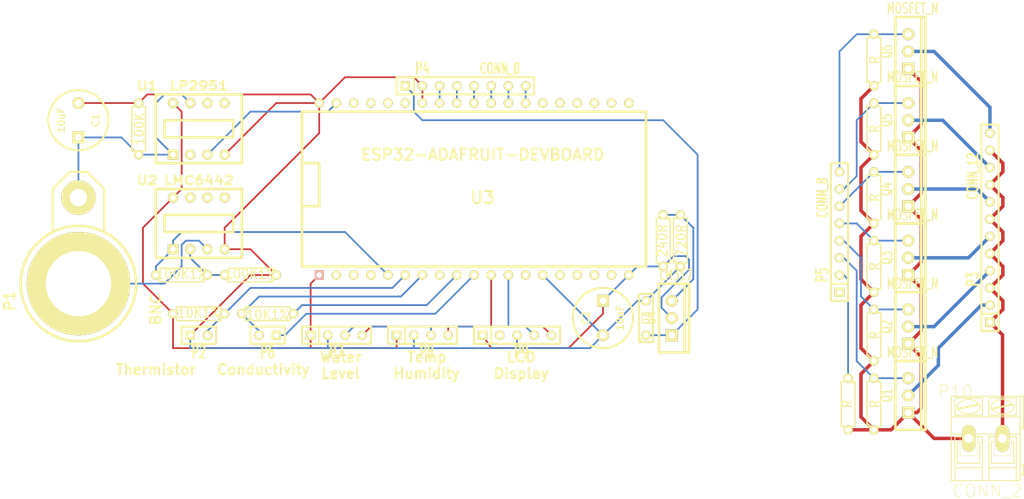
<source format=kicad_pcb>
(kicad_pcb (version 3) (host pcbnew "(2013-07-14 BZR 4242)-testing")

  (general
    (links 95)
    (no_connects 1)
    (area -4.2926 -7.4676 187.454116 135.93445)
    (thickness 1.6)
    (drawings 5)
    (tracks 229)
    (zones 0)
    (modules 37)
    (nets 61)
  )

  (page A4)
  (layers
    (15 F.Cu signal)
    (0 B.Cu signal)
    (16 B.Adhes user)
    (17 F.Adhes user)
    (18 B.Paste user)
    (19 F.Paste user)
    (20 B.SilkS user)
    (21 F.SilkS user)
    (22 B.Mask user)
    (23 F.Mask user)
    (24 Dwgs.User user)
    (25 Cmts.User user)
    (26 Eco1.User user)
    (27 Eco2.User user)
    (28 Edge.Cuts user)
  )

  (setup
    (last_trace_width 0.254)
    (trace_clearance 0.254)
    (zone_clearance 0.508)
    (zone_45_only no)
    (trace_min 0.254)
    (segment_width 0.2)
    (edge_width 0.15)
    (via_size 0.889)
    (via_drill 0.635)
    (via_min_size 0.889)
    (via_min_drill 0.508)
    (uvia_size 0.508)
    (uvia_drill 0.127)
    (uvias_allowed no)
    (uvia_min_size 0.508)
    (uvia_min_drill 0.127)
    (pcb_text_width 0.3)
    (pcb_text_size 1.5 1.5)
    (mod_edge_width 0.15)
    (mod_text_size 1.5 1.5)
    (mod_text_width 0.15)
    (pad_size 1.778 1.778)
    (pad_drill 1.016)
    (pad_to_mask_clearance 0.2)
    (aux_axis_origin 35.56 71.12)
    (visible_elements 7FFFFFFF)
    (pcbplotparams
      (layerselection 3178497)
      (usegerberextensions true)
      (excludeedgelayer true)
      (linewidth 0.150000)
      (plotframeref false)
      (viasonmask false)
      (mode 1)
      (useauxorigin false)
      (hpglpennumber 1)
      (hpglpenspeed 20)
      (hpglpendiameter 15)
      (hpglpenoverlay 2)
      (psnegative false)
      (psa4output false)
      (plotreference true)
      (plotvalue true)
      (plotothertext true)
      (plotinvisibletext false)
      (padsonsilk false)
      (subtractmaskfromsilk false)
      (outputformat 1)
      (mirror false)
      (drillshape 1)
      (scaleselection 1)
      (outputdirectory ""))
  )

  (net 0 "")
  (net 1 /+12V)
  (net 2 /ADDWATER)
  (net 3 /CIRCULATE)
  (net 4 /MOTOR-)
  (net 5 /NUTRIENT)
  (net 6 /SCL)
  (net 7 /SDA)
  (net 8 /SPRAY)
  (net 9 /pHDN)
  (net 10 /pHUP)
  (net 11 AGND)
  (net 12 N-000001)
  (net 13 N-0000010)
  (net 14 N-0000011)
  (net 15 N-0000012)
  (net 16 N-0000014)
  (net 17 N-0000015)
  (net 18 N-0000016)
  (net 19 N-0000017)
  (net 20 N-0000018)
  (net 21 N-0000019)
  (net 22 N-000002)
  (net 23 N-0000020)
  (net 24 N-0000021)
  (net 25 N-0000022)
  (net 26 N-0000023)
  (net 27 N-0000024)
  (net 28 N-0000025)
  (net 29 N-0000026)
  (net 30 N-0000027)
  (net 31 N-0000028)
  (net 32 N-0000029)
  (net 33 N-000003)
  (net 34 N-0000030)
  (net 35 N-0000031)
  (net 36 N-0000032)
  (net 37 N-0000033)
  (net 38 N-0000034)
  (net 39 N-0000035)
  (net 40 N-0000038)
  (net 41 N-0000039)
  (net 42 N-000004)
  (net 43 N-0000040)
  (net 44 N-0000045)
  (net 45 N-0000046)
  (net 46 N-0000047)
  (net 47 N-0000048)
  (net 48 N-0000049)
  (net 49 N-000005)
  (net 50 N-0000050)
  (net 51 N-0000051)
  (net 52 N-0000052)
  (net 53 N-0000053)
  (net 54 N-0000054)
  (net 55 N-000006)
  (net 56 N-0000060)
  (net 57 N-0000061)
  (net 58 N-000007)
  (net 59 N-000008)
  (net 60 N-000009)

  (net_class Default "This is the default net class."
    (clearance 0.254)
    (trace_width 0.254)
    (via_dia 0.889)
    (via_drill 0.635)
    (uvia_dia 0.508)
    (uvia_drill 0.127)
    (add_net "")
    (add_net /+12V)
    (add_net /ADDWATER)
    (add_net /CIRCULATE)
    (add_net /NUTRIENT)
    (add_net /SCL)
    (add_net /SDA)
    (add_net /SPRAY)
    (add_net /pHDN)
    (add_net /pHUP)
    (add_net AGND)
    (add_net N-000001)
    (add_net N-0000010)
    (add_net N-0000011)
    (add_net N-0000012)
    (add_net N-0000014)
    (add_net N-0000015)
    (add_net N-0000016)
    (add_net N-0000017)
    (add_net N-0000018)
    (add_net N-0000019)
    (add_net N-000002)
    (add_net N-0000020)
    (add_net N-0000021)
    (add_net N-0000022)
    (add_net N-0000023)
    (add_net N-0000024)
    (add_net N-0000025)
    (add_net N-0000026)
    (add_net N-0000027)
    (add_net N-0000028)
    (add_net N-0000029)
    (add_net N-000003)
    (add_net N-0000030)
    (add_net N-0000031)
    (add_net N-0000032)
    (add_net N-0000033)
    (add_net N-0000034)
    (add_net N-0000035)
    (add_net N-0000038)
    (add_net N-0000039)
    (add_net N-000004)
    (add_net N-0000040)
    (add_net N-0000045)
    (add_net N-0000046)
    (add_net N-0000047)
    (add_net N-0000048)
    (add_net N-0000049)
    (add_net N-000005)
    (add_net N-0000051)
    (add_net N-0000054)
    (add_net N-000006)
    (add_net N-0000061)
    (add_net N-000007)
    (add_net N-000008)
    (add_net N-000009)
  )

  (net_class Power ""
    (clearance 0.254)
    (trace_width 0.508)
    (via_dia 0.889)
    (via_drill 0.635)
    (uvia_dia 0.508)
    (uvia_drill 0.127)
    (add_net /MOTOR-)
    (add_net N-0000050)
    (add_net N-0000052)
    (add_net N-0000053)
    (add_net N-0000060)
  )

  (module SIL-12 (layer F.Cu) (tedit 200000) (tstamp 593DD794)
    (at 181.61 95.885 90)
    (descr "Connecteur 12 pins")
    (tags "CONN DEV")
    (path /593D1244)
    (fp_text reference P3 (at -7.62 -2.54 90) (layer F.SilkS)
      (effects (font (size 1.72974 1.08712) (thickness 0.3048)))
    )
    (fp_text value CONN_12 (at 7.62 -2.54 90) (layer F.SilkS)
      (effects (font (size 1.524 1.016) (thickness 0.3048)))
    )
    (fp_line (start -15.24 1.27) (end -15.24 1.27) (layer F.SilkS) (width 0.3048))
    (fp_line (start -15.24 1.27) (end -15.24 -1.27) (layer F.SilkS) (width 0.3048))
    (fp_line (start -15.24 -1.27) (end 10.16 -1.27) (layer F.SilkS) (width 0.3048))
    (fp_line (start 10.16 1.27) (end -15.24 1.27) (layer F.SilkS) (width 0.3048))
    (fp_line (start -12.7 1.27) (end -12.7 -1.27) (layer F.SilkS) (width 0.3048))
    (fp_line (start 10.16 -1.27) (end 14.605 -1.27) (layer F.SilkS) (width 0.3048))
    (fp_line (start 14.605 -1.27) (end 15.24 -1.27) (layer F.SilkS) (width 0.3048))
    (fp_line (start 15.24 -1.27) (end 15.24 1.27) (layer F.SilkS) (width 0.3048))
    (fp_line (start 15.24 1.27) (end 10.16 1.27) (layer F.SilkS) (width 0.3048))
    (fp_line (start -13.97 0) (end -13.97 0) (layer F.SilkS) (width 0.3048))
    (fp_line (start -13.97 0) (end -13.97 0) (layer F.SilkS) (width 0.3048))
    (pad 1 thru_hole rect (at -13.97 0 90) (size 1.397 1.397) (drill 0.8128)
      (layers *.Cu *.Mask F.SilkS)
      (net 39 N-0000035)
    )
    (pad 2 thru_hole circle (at -11.43 0 90) (size 1.397 1.397) (drill 0.8128)
      (layers *.Cu *.Mask F.SilkS)
      (net 44 N-0000045)
    )
    (pad 3 thru_hole circle (at -8.89 0 90) (size 1.397 1.397) (drill 0.8128)
      (layers *.Cu *.Mask F.SilkS)
      (net 39 N-0000035)
    )
    (pad 4 thru_hole circle (at -6.35 0 90) (size 1.397 1.397) (drill 0.8128)
      (layers *.Cu *.Mask F.SilkS)
      (net 56 N-0000060)
    )
    (pad 5 thru_hole circle (at -3.81 0 90) (size 1.397 1.397) (drill 0.8128)
      (layers *.Cu *.Mask F.SilkS)
      (net 39 N-0000035)
    )
    (pad 6 thru_hole circle (at -1.27 0 90) (size 1.397 1.397) (drill 0.8128)
      (layers *.Cu *.Mask F.SilkS)
      (net 57 N-0000061)
    )
    (pad 7 thru_hole circle (at 1.27 0 90) (size 1.397 1.397) (drill 0.8128)
      (layers *.Cu *.Mask F.SilkS)
      (net 39 N-0000035)
    )
    (pad 8 thru_hole circle (at 3.81 0 90) (size 1.397 1.397) (drill 0.8128)
      (layers *.Cu *.Mask F.SilkS)
      (net 50 N-0000050)
    )
    (pad 9 thru_hole circle (at 6.35 0 90) (size 1.397 1.397) (drill 0.8128)
      (layers *.Cu *.Mask F.SilkS)
      (net 39 N-0000035)
    )
    (pad 10 thru_hole circle (at 8.89 0 90) (size 1.397 1.397) (drill 0.8128)
      (layers *.Cu *.Mask F.SilkS)
      (net 53 N-0000053)
    )
    (pad 11 thru_hole circle (at 11.43 0 90) (size 1.397 1.397) (drill 0.8128)
      (layers *.Cu *.Mask F.SilkS)
      (net 39 N-0000035)
    )
    (pad 12 thru_hole circle (at 13.97 0 90) (size 1.397 1.397) (drill 0.8128)
      (layers *.Cu *.Mask F.SilkS)
      (net 52 N-0000052)
    )
    (model pins_array_12x1.wrl
      (at (xyz 0 0 0))
      (scale (xyz 1 1 1))
      (rotate (xyz 0 0 0))
    )
  )

  (module C2V8 (layer F.Cu) (tedit 46544AA3) (tstamp 593DD763)
    (at 46.99 80.01 90)
    (descr "Condensateur polarise")
    (tags CP)
    (path /593DE755)
    (fp_text reference C1 (at 0 2.54 90) (layer F.SilkS)
      (effects (font (size 1.016 1.016) (thickness 0.2032)))
    )
    (fp_text value 10uF (at 0 -2.54 90) (layer F.SilkS)
      (effects (font (size 1.016 1.016) (thickness 0.2032)))
    )
    (fp_circle (center 0 0) (end -4.445 0) (layer F.SilkS) (width 0.3048))
    (pad 1 thru_hole rect (at -2.54 0 90) (size 1.778 1.778) (drill 1.016)
      (layers *.Cu *.Mask F.SilkS)
      (net 37 N-0000033)
    )
    (pad 2 thru_hole circle (at 2.54 0 90) (size 1.778 1.778) (drill 1.016)
      (layers *.Cu *.Mask F.SilkS)
      (net 11 AGND)
    )
    (model discret/c_vert_c2v10.wrl
      (at (xyz 0 0 0))
      (scale (xyz 1 1 1))
      (rotate (xyz 0 0 0))
    )
  )

  (module bnc (layer F.Cu) (tedit 200000) (tstamp 593DD76F)
    (at 46.99 104.14 90)
    (path /593DA713)
    (fp_text reference P1 (at -2.54 -10.16 90) (layer F.SilkS)
      (effects (font (thickness 0.3048)))
    )
    (fp_text value BNC (at -3.81 11.43 90) (layer F.SilkS)
      (effects (font (thickness 0.3048)))
    )
    (fp_line (start 7.62 3.81) (end 13.97 3.81) (layer F.SilkS) (width 0.3048))
    (fp_line (start 13.97 3.81) (end 16.51 1.27) (layer F.SilkS) (width 0.3048))
    (fp_line (start 16.51 1.27) (end 16.51 -1.27) (layer F.SilkS) (width 0.3048))
    (fp_line (start 16.51 -1.27) (end 13.97 -3.81) (layer F.SilkS) (width 0.3048))
    (fp_line (start 13.97 -3.81) (end 7.62 -3.81) (layer F.SilkS) (width 0.3048))
    (fp_circle (center 0 0) (end 7.62 3.81) (layer F.SilkS) (width 0.381))
    (pad 2 thru_hole circle (at 0 0 90) (size 15.24 15.24) (drill 9.652)
      (layers *.Cu *.Mask F.SilkS)
      (net 13 N-0000010)
    )
    (pad 1 thru_hole circle (at 12.7 0 90) (size 5.08 5.08) (drill 2.54)
      (layers *.Cu *.Mask F.SilkS)
      (net 37 N-0000033)
    )
    (model device/bnc.wrl
      (at (xyz 0 0 0))
      (scale (xyz 2 2 2))
      (rotate (xyz 0 0 0))
    )
  )

  (module SIL-2 (layer F.Cu) (tedit 594039C5) (tstamp 593DD779)
    (at 64.77 111.76)
    (descr "Connecteurs 2 pins")
    (tags "CONN DEV")
    (path /593DC74F)
    (fp_text reference P2 (at 0 2.54) (layer F.SilkS)
      (effects (font (size 1.72974 1.08712) (thickness 0.3048)))
    )
    (fp_text value CONN_2 (at 0 -2.54) (layer F.SilkS) hide
      (effects (font (size 1.524 1.016) (thickness 0.3048)))
    )
    (fp_line (start -2.54 1.27) (end -2.54 -1.27) (layer F.SilkS) (width 0.3048))
    (fp_line (start -2.54 -1.27) (end 2.54 -1.27) (layer F.SilkS) (width 0.3048))
    (fp_line (start 2.54 -1.27) (end 2.54 1.27) (layer F.SilkS) (width 0.3048))
    (fp_line (start 2.54 1.27) (end -2.54 1.27) (layer F.SilkS) (width 0.3048))
    (pad 1 thru_hole rect (at -1.27 0) (size 1.397 1.397) (drill 0.8128)
      (layers *.Cu *.Mask F.SilkS)
      (net 11 AGND)
    )
    (pad 2 thru_hole circle (at 1.27 0) (size 1.397 1.397) (drill 0.8128)
      (layers *.Cu *.Mask F.SilkS)
      (net 22 N-000002)
    )
  )

  (module SIL-8 (layer F.Cu) (tedit 200000) (tstamp 593DD7A5)
    (at 104.14 74.93)
    (descr "Connecteur 8 pins")
    (tags "CONN DEV")
    (path /593DDEFF)
    (fp_text reference P4 (at -6.35 -2.54) (layer F.SilkS)
      (effects (font (size 1.72974 1.08712) (thickness 0.3048)))
    )
    (fp_text value CONN_8 (at 5.08 -2.54) (layer F.SilkS)
      (effects (font (size 1.524 1.016) (thickness 0.3048)))
    )
    (fp_line (start -10.16 -1.27) (end 10.16 -1.27) (layer F.SilkS) (width 0.3048))
    (fp_line (start 10.16 -1.27) (end 10.16 1.27) (layer F.SilkS) (width 0.3048))
    (fp_line (start 10.16 1.27) (end -10.16 1.27) (layer F.SilkS) (width 0.3048))
    (fp_line (start -10.16 1.27) (end -10.16 -1.27) (layer F.SilkS) (width 0.3048))
    (fp_line (start -7.62 1.27) (end -7.62 -1.27) (layer F.SilkS) (width 0.3048))
    (pad 1 thru_hole rect (at -8.89 0) (size 1.397 1.397) (drill 0.8128)
      (layers *.Cu *.Mask F.SilkS)
      (net 1 /+12V)
    )
    (pad 2 thru_hole circle (at -6.35 0) (size 1.397 1.397) (drill 0.8128)
      (layers *.Cu *.Mask F.SilkS)
      (net 11 AGND)
    )
    (pad 3 thru_hole circle (at -3.81 0) (size 1.397 1.397) (drill 0.8128)
      (layers *.Cu *.Mask F.SilkS)
      (net 10 /pHUP)
    )
    (pad 4 thru_hole circle (at -1.27 0) (size 1.397 1.397) (drill 0.8128)
      (layers *.Cu *.Mask F.SilkS)
      (net 9 /pHDN)
    )
    (pad 5 thru_hole circle (at 1.27 0) (size 1.397 1.397) (drill 0.8128)
      (layers *.Cu *.Mask F.SilkS)
      (net 5 /NUTRIENT)
    )
    (pad 6 thru_hole circle (at 3.81 0) (size 1.397 1.397) (drill 0.8128)
      (layers *.Cu *.Mask F.SilkS)
      (net 3 /CIRCULATE)
    )
    (pad 7 thru_hole circle (at 6.35 0) (size 1.397 1.397) (drill 0.8128)
      (layers *.Cu *.Mask F.SilkS)
      (net 8 /SPRAY)
    )
    (pad 8 thru_hole circle (at 8.89 0) (size 1.397 1.397) (drill 0.8128)
      (layers *.Cu *.Mask F.SilkS)
      (net 2 /ADDWATER)
    )
  )

  (module SIL-8 (layer F.Cu) (tedit 200000) (tstamp 593DD7B6)
    (at 159.385 96.52 90)
    (descr "Connecteur 8 pins")
    (tags "CONN DEV")
    (path /593DDF0C)
    (fp_text reference P5 (at -6.35 -2.54 90) (layer F.SilkS)
      (effects (font (size 1.72974 1.08712) (thickness 0.3048)))
    )
    (fp_text value CONN_8 (at 5.08 -2.54 90) (layer F.SilkS)
      (effects (font (size 1.524 1.016) (thickness 0.3048)))
    )
    (fp_line (start -10.16 -1.27) (end 10.16 -1.27) (layer F.SilkS) (width 0.3048))
    (fp_line (start 10.16 -1.27) (end 10.16 1.27) (layer F.SilkS) (width 0.3048))
    (fp_line (start 10.16 1.27) (end -10.16 1.27) (layer F.SilkS) (width 0.3048))
    (fp_line (start -10.16 1.27) (end -10.16 -1.27) (layer F.SilkS) (width 0.3048))
    (fp_line (start -7.62 1.27) (end -7.62 -1.27) (layer F.SilkS) (width 0.3048))
    (pad 1 thru_hole rect (at -8.89 0 90) (size 1.397 1.397) (drill 0.8128)
      (layers *.Cu *.Mask F.SilkS)
      (net 39 N-0000035)
    )
    (pad 2 thru_hole circle (at -6.35 0 90) (size 1.397 1.397) (drill 0.8128)
      (layers *.Cu *.Mask F.SilkS)
      (net 60 N-000009)
    )
    (pad 3 thru_hole circle (at -3.81 0 90) (size 1.397 1.397) (drill 0.8128)
      (layers *.Cu *.Mask F.SilkS)
      (net 55 N-000006)
    )
    (pad 4 thru_hole circle (at -1.27 0 90) (size 1.397 1.397) (drill 0.8128)
      (layers *.Cu *.Mask F.SilkS)
      (net 46 N-0000047)
    )
    (pad 5 thru_hole circle (at 1.27 0 90) (size 1.397 1.397) (drill 0.8128)
      (layers *.Cu *.Mask F.SilkS)
      (net 47 N-0000048)
    )
    (pad 6 thru_hole circle (at 3.81 0 90) (size 1.397 1.397) (drill 0.8128)
      (layers *.Cu *.Mask F.SilkS)
      (net 48 N-0000049)
    )
    (pad 7 thru_hole circle (at 6.35 0 90) (size 1.397 1.397) (drill 0.8128)
      (layers *.Cu *.Mask F.SilkS)
      (net 51 N-0000051)
    )
    (pad 8 thru_hole circle (at 8.89 0 90) (size 1.397 1.397) (drill 0.8128)
      (layers *.Cu *.Mask F.SilkS)
      (net 45 N-0000046)
    )
  )

  (module SIL-2 (layer F.Cu) (tedit 200000) (tstamp 593DD7C0)
    (at 74.93 111.76 180)
    (descr "Connecteurs 2 pins")
    (tags "CONN DEV")
    (path /593DC958)
    (fp_text reference P6 (at 0 -2.54 180) (layer F.SilkS)
      (effects (font (size 1.72974 1.08712) (thickness 0.3048)))
    )
    (fp_text value CONN_2 (at 0 -2.54 180) (layer F.SilkS) hide
      (effects (font (size 1.524 1.016) (thickness 0.3048)))
    )
    (fp_line (start -2.54 1.27) (end -2.54 -1.27) (layer F.SilkS) (width 0.3048))
    (fp_line (start -2.54 -1.27) (end 2.54 -1.27) (layer F.SilkS) (width 0.3048))
    (fp_line (start 2.54 -1.27) (end 2.54 1.27) (layer F.SilkS) (width 0.3048))
    (fp_line (start 2.54 1.27) (end -2.54 1.27) (layer F.SilkS) (width 0.3048))
    (pad 1 thru_hole rect (at -1.27 0 180) (size 1.397 1.397) (drill 0.8128)
      (layers *.Cu *.Mask F.SilkS)
      (net 33 N-000003)
    )
    (pad 2 thru_hole circle (at 1.27 0 180) (size 1.397 1.397) (drill 0.8128)
      (layers *.Cu *.Mask F.SilkS)
      (net 49 N-000005)
    )
  )

  (module SIL-4 (layer F.Cu) (tedit 594039CF) (tstamp 593DD7CF)
    (at 85.09 111.76)
    (descr "Connecteur 4 pibs")
    (tags "CONN DEV")
    (path /593DCBBD)
    (fp_text reference P7 (at 0 2.54) (layer F.SilkS)
      (effects (font (size 1.73482 1.08712) (thickness 0.3048)))
    )
    (fp_text value CONN_4 (at 0 -2.54) (layer F.SilkS) hide
      (effects (font (size 1.524 1.016) (thickness 0.3048)))
    )
    (fp_line (start -5.08 -1.27) (end -5.08 -1.27) (layer F.SilkS) (width 0.3048))
    (fp_line (start -5.08 1.27) (end -5.08 -1.27) (layer F.SilkS) (width 0.3048))
    (fp_line (start -5.08 -1.27) (end -5.08 -1.27) (layer F.SilkS) (width 0.3048))
    (fp_line (start -5.08 -1.27) (end 5.08 -1.27) (layer F.SilkS) (width 0.3048))
    (fp_line (start 5.08 -1.27) (end 5.08 1.27) (layer F.SilkS) (width 0.3048))
    (fp_line (start 5.08 1.27) (end -5.08 1.27) (layer F.SilkS) (width 0.3048))
    (fp_line (start -2.54 1.27) (end -2.54 -1.27) (layer F.SilkS) (width 0.3048))
    (pad 1 thru_hole rect (at -3.81 0) (size 1.397 1.397) (drill 0.8128)
      (layers *.Cu *.Mask F.SilkS)
      (net 12 N-000001)
    )
    (pad 2 thru_hole circle (at -1.27 0) (size 1.397 1.397) (drill 0.8128)
      (layers *.Cu *.Mask F.SilkS)
      (net 11 AGND)
    )
    (pad 3 thru_hole circle (at 1.27 0) (size 1.397 1.397) (drill 0.8128)
      (layers *.Cu *.Mask F.SilkS)
      (net 7 /SDA)
    )
    (pad 4 thru_hole circle (at 3.81 0) (size 1.397 1.397) (drill 0.8128)
      (layers *.Cu *.Mask F.SilkS)
      (net 6 /SCL)
    )
  )

  (module SIL-4 (layer F.Cu) (tedit 594039D4) (tstamp 593DD7DE)
    (at 97.79 111.76)
    (descr "Connecteur 4 pibs")
    (tags "CONN DEV")
    (path /593DCBCA)
    (fp_text reference P8 (at 0.635 2.54) (layer F.SilkS)
      (effects (font (size 1.73482 1.08712) (thickness 0.3048)))
    )
    (fp_text value CONN_4 (at 0 -2.54) (layer F.SilkS) hide
      (effects (font (size 1.524 1.016) (thickness 0.3048)))
    )
    (fp_line (start -5.08 -1.27) (end -5.08 -1.27) (layer F.SilkS) (width 0.3048))
    (fp_line (start -5.08 1.27) (end -5.08 -1.27) (layer F.SilkS) (width 0.3048))
    (fp_line (start -5.08 -1.27) (end -5.08 -1.27) (layer F.SilkS) (width 0.3048))
    (fp_line (start -5.08 -1.27) (end 5.08 -1.27) (layer F.SilkS) (width 0.3048))
    (fp_line (start 5.08 -1.27) (end 5.08 1.27) (layer F.SilkS) (width 0.3048))
    (fp_line (start 5.08 1.27) (end -5.08 1.27) (layer F.SilkS) (width 0.3048))
    (fp_line (start -2.54 1.27) (end -2.54 -1.27) (layer F.SilkS) (width 0.3048))
    (pad 1 thru_hole rect (at -3.81 0) (size 1.397 1.397) (drill 0.8128)
      (layers *.Cu *.Mask F.SilkS)
      (net 12 N-000001)
    )
    (pad 2 thru_hole circle (at -1.27 0) (size 1.397 1.397) (drill 0.8128)
      (layers *.Cu *.Mask F.SilkS)
      (net 11 AGND)
    )
    (pad 3 thru_hole circle (at 1.27 0) (size 1.397 1.397) (drill 0.8128)
      (layers *.Cu *.Mask F.SilkS)
      (net 7 /SDA)
    )
    (pad 4 thru_hole circle (at 3.81 0) (size 1.397 1.397) (drill 0.8128)
      (layers *.Cu *.Mask F.SilkS)
      (net 6 /SCL)
    )
  )

  (module AK300-2 (layer F.Cu) (tedit 4C5EE07C) (tstamp 593DD844)
    (at 180.975 127)
    (descr CONNECTOR)
    (tags CONNECTOR)
    (path /593D13E6)
    (attr virtual)
    (fp_text reference P10 (at -4.445 -6.985) (layer F.SilkS)
      (effects (font (size 1.778 1.778) (thickness 0.0889)))
    )
    (fp_text value CONN_2 (at 0.254 7.747) (layer F.SilkS)
      (effects (font (size 1.778 1.778) (thickness 0.0889)))
    )
    (fp_line (start -3.7846 2.54) (end -1.2446 2.54) (layer F.SilkS) (width 0.06604))
    (fp_line (start -1.2446 2.54) (end -1.2446 -0.254) (layer F.SilkS) (width 0.06604))
    (fp_line (start -3.7846 -0.254) (end -1.2446 -0.254) (layer F.SilkS) (width 0.06604))
    (fp_line (start -3.7846 2.54) (end -3.7846 -0.254) (layer F.SilkS) (width 0.06604))
    (fp_line (start 1.2192 2.54) (end 3.7592 2.54) (layer F.SilkS) (width 0.06604))
    (fp_line (start 3.7592 2.54) (end 3.7592 -0.254) (layer F.SilkS) (width 0.06604))
    (fp_line (start 1.2192 -0.254) (end 3.7592 -0.254) (layer F.SilkS) (width 0.06604))
    (fp_line (start 1.2192 2.54) (end 1.2192 -0.254) (layer F.SilkS) (width 0.06604))
    (fp_line (start 5.08 -6.223) (end 5.08 -3.175) (layer F.SilkS) (width 0.1524))
    (fp_line (start 5.08 -6.223) (end -5.08 -6.223) (layer F.SilkS) (width 0.1524))
    (fp_line (start 5.08 -6.223) (end 5.588 -6.223) (layer F.SilkS) (width 0.1524))
    (fp_line (start 5.588 -6.223) (end 5.588 -1.397) (layer F.SilkS) (width 0.1524))
    (fp_line (start 5.588 -1.397) (end 5.08 -1.651) (layer F.SilkS) (width 0.1524))
    (fp_line (start 5.588 5.461) (end 5.08 5.207) (layer F.SilkS) (width 0.1524))
    (fp_line (start 5.08 5.207) (end 5.08 6.223) (layer F.SilkS) (width 0.1524))
    (fp_line (start 5.588 3.81) (end 5.08 4.064) (layer F.SilkS) (width 0.1524))
    (fp_line (start 5.08 4.064) (end 5.08 5.207) (layer F.SilkS) (width 0.1524))
    (fp_line (start 5.588 3.81) (end 5.588 5.461) (layer F.SilkS) (width 0.1524))
    (fp_line (start 0.4572 6.223) (end 0.4572 4.318) (layer F.SilkS) (width 0.1524))
    (fp_line (start 4.5212 -0.254) (end 4.5212 4.318) (layer F.SilkS) (width 0.1524))
    (fp_line (start 0.4572 6.223) (end 4.5212 6.223) (layer F.SilkS) (width 0.1524))
    (fp_line (start 4.5212 6.223) (end 5.08 6.223) (layer F.SilkS) (width 0.1524))
    (fp_line (start -0.4826 6.223) (end -0.4826 4.318) (layer F.SilkS) (width 0.1524))
    (fp_line (start -0.4826 6.223) (end 0.4572 6.223) (layer F.SilkS) (width 0.1524))
    (fp_line (start -4.5466 -0.254) (end -4.5466 4.318) (layer F.SilkS) (width 0.1524))
    (fp_line (start -5.08 6.223) (end -4.5466 6.223) (layer F.SilkS) (width 0.1524))
    (fp_line (start -4.5466 6.223) (end -0.4826 6.223) (layer F.SilkS) (width 0.1524))
    (fp_line (start 0.4572 4.318) (end 4.5212 4.318) (layer F.SilkS) (width 0.1524))
    (fp_line (start 0.4572 4.318) (end 0.4572 -0.254) (layer F.SilkS) (width 0.1524))
    (fp_line (start 4.5212 4.318) (end 4.5212 6.223) (layer F.SilkS) (width 0.1524))
    (fp_line (start -0.4826 4.318) (end -4.5466 4.318) (layer F.SilkS) (width 0.1524))
    (fp_line (start -0.4826 4.318) (end -0.4826 -0.254) (layer F.SilkS) (width 0.1524))
    (fp_line (start -4.5466 4.318) (end -4.5466 6.223) (layer F.SilkS) (width 0.1524))
    (fp_line (start 4.1402 3.683) (end 4.1402 0.508) (layer F.SilkS) (width 0.1524))
    (fp_line (start 4.1402 3.683) (end 0.8382 3.683) (layer F.SilkS) (width 0.1524))
    (fp_line (start 0.8382 3.683) (end 0.8382 0.508) (layer F.SilkS) (width 0.1524))
    (fp_line (start -0.8636 3.683) (end -0.8636 0.508) (layer F.SilkS) (width 0.1524))
    (fp_line (start -0.8636 3.683) (end -4.1656 3.683) (layer F.SilkS) (width 0.1524))
    (fp_line (start -4.1656 3.683) (end -4.1656 0.508) (layer F.SilkS) (width 0.1524))
    (fp_line (start -4.1656 0.508) (end -3.7846 0.508) (layer F.SilkS) (width 0.1524))
    (fp_line (start -0.8636 0.508) (end -1.2446 0.508) (layer F.SilkS) (width 0.1524))
    (fp_line (start 0.8382 0.508) (end 1.2192 0.508) (layer F.SilkS) (width 0.1524))
    (fp_line (start 4.1402 0.508) (end 3.7592 0.508) (layer F.SilkS) (width 0.1524))
    (fp_line (start -5.08 6.223) (end -5.08 -0.635) (layer F.SilkS) (width 0.1524))
    (fp_line (start -5.08 -0.635) (end -5.08 -3.175) (layer F.SilkS) (width 0.1524))
    (fp_line (start 5.08 -1.651) (end 5.08 -0.635) (layer F.SilkS) (width 0.1524))
    (fp_line (start 5.08 -0.635) (end 5.08 4.064) (layer F.SilkS) (width 0.1524))
    (fp_line (start -5.08 -3.175) (end 5.08 -3.175) (layer F.SilkS) (width 0.1524))
    (fp_line (start -5.08 -3.175) (end -5.08 -6.223) (layer F.SilkS) (width 0.1524))
    (fp_line (start 5.08 -3.175) (end 5.08 -1.651) (layer F.SilkS) (width 0.1524))
    (fp_line (start 0.4572 -3.429) (end 0.4572 -5.969) (layer F.SilkS) (width 0.1524))
    (fp_line (start 0.4572 -5.969) (end 4.5212 -5.969) (layer F.SilkS) (width 0.1524))
    (fp_line (start 4.5212 -5.969) (end 4.5212 -3.429) (layer F.SilkS) (width 0.1524))
    (fp_line (start 4.5212 -3.429) (end 0.4572 -3.429) (layer F.SilkS) (width 0.1524))
    (fp_line (start -0.4826 -3.429) (end -0.4826 -5.969) (layer F.SilkS) (width 0.1524))
    (fp_line (start -0.4826 -3.429) (end -4.5466 -3.429) (layer F.SilkS) (width 0.1524))
    (fp_line (start -4.5466 -3.429) (end -4.5466 -5.969) (layer F.SilkS) (width 0.1524))
    (fp_line (start -0.4826 -5.969) (end -4.5466 -5.969) (layer F.SilkS) (width 0.1524))
    (fp_line (start 0.8636 -4.445) (end 3.9116 -5.08) (layer F.SilkS) (width 0.1524))
    (fp_line (start 0.9906 -4.318) (end 4.0386 -4.953) (layer F.SilkS) (width 0.1524))
    (fp_line (start -4.1402 -4.445) (end -1.08966 -5.08) (layer F.SilkS) (width 0.1524))
    (fp_line (start -4.0132 -4.318) (end -0.9652 -4.953) (layer F.SilkS) (width 0.1524))
    (fp_line (start -4.5466 -0.254) (end -4.1656 -0.254) (layer F.SilkS) (width 0.1524))
    (fp_line (start -0.4826 -0.254) (end -0.8636 -0.254) (layer F.SilkS) (width 0.1524))
    (fp_line (start -0.8636 -0.254) (end -4.1656 -0.254) (layer F.SilkS) (width 0.1524))
    (fp_line (start -5.08 -0.635) (end -4.1656 -0.635) (layer F.SilkS) (width 0.1524))
    (fp_line (start -4.1656 -0.635) (end -0.8636 -0.635) (layer F.SilkS) (width 0.1524))
    (fp_line (start -0.8636 -0.635) (end 0.8382 -0.635) (layer F.SilkS) (width 0.1524))
    (fp_line (start 5.08 -0.635) (end 4.1402 -0.635) (layer F.SilkS) (width 0.1524))
    (fp_line (start 4.1402 -0.635) (end 0.8382 -0.635) (layer F.SilkS) (width 0.1524))
    (fp_line (start 4.5212 -0.254) (end 4.1402 -0.254) (layer F.SilkS) (width 0.1524))
    (fp_line (start 0.4572 -0.254) (end 0.8382 -0.254) (layer F.SilkS) (width 0.1524))
    (fp_line (start 0.8382 -0.254) (end 4.1402 -0.254) (layer F.SilkS) (width 0.1524))
    (fp_arc (start 3.5052 -4.59486) (end 4.01066 -5.05206) (angle 90.5) (layer F.SilkS) (width 0.1524))
    (fp_arc (start 2.54 -6.0706) (end 4.00304 -4.11734) (angle 75.5) (layer F.SilkS) (width 0.1524))
    (fp_arc (start 2.46126 -3.7084) (end 0.8636 -5.0038) (angle 100) (layer F.SilkS) (width 0.1524))
    (fp_arc (start 1.3462 -4.64566) (end 1.05664 -4.1275) (angle 104.2) (layer F.SilkS) (width 0.1524))
    (fp_arc (start -1.4986 -4.59486) (end -0.9906 -5.05206) (angle 90.5) (layer F.SilkS) (width 0.1524))
    (fp_arc (start -2.46126 -6.0706) (end -0.99822 -4.11734) (angle 75.5) (layer F.SilkS) (width 0.1524))
    (fp_arc (start -2.53746 -3.7084) (end -4.1402 -5.0038) (angle 100) (layer F.SilkS) (width 0.1524))
    (fp_arc (start -3.6576 -4.64566) (end -3.94462 -4.1275) (angle 104.2) (layer F.SilkS) (width 0.1524))
    (pad 1 thru_hole oval (at -2.5146 0) (size 1.9812 3.9624) (drill 1.3208)
      (layers *.Cu F.Paste F.SilkS F.Mask)
      (net 4 /MOTOR-)
    )
    (pad 2 thru_hole oval (at 2.4892 0) (size 1.9812 3.9624) (drill 1.3208)
      (layers *.Cu F.Paste F.SilkS F.Mask)
      (net 39 N-0000035)
    )
  )

  (module R3 (layer F.Cu) (tedit 4E4C0E65) (tstamp 593DD8A6)
    (at 55.88 81.28 90)
    (descr "Resitance 3 pas")
    (tags R)
    (path /593DAD3A)
    (autoplace_cost180 10)
    (fp_text reference R1 (at 0 0.127 90) (layer F.SilkS) hide
      (effects (font (size 1.397 1.27) (thickness 0.2032)))
    )
    (fp_text value 100K (at 0 0.127 90) (layer F.SilkS)
      (effects (font (size 1.397 1.27) (thickness 0.2032)))
    )
    (fp_line (start -3.81 0) (end -3.302 0) (layer F.SilkS) (width 0.2032))
    (fp_line (start 3.81 0) (end 3.302 0) (layer F.SilkS) (width 0.2032))
    (fp_line (start 3.302 0) (end 3.302 -1.016) (layer F.SilkS) (width 0.2032))
    (fp_line (start 3.302 -1.016) (end -3.302 -1.016) (layer F.SilkS) (width 0.2032))
    (fp_line (start -3.302 -1.016) (end -3.302 1.016) (layer F.SilkS) (width 0.2032))
    (fp_line (start -3.302 1.016) (end 3.302 1.016) (layer F.SilkS) (width 0.2032))
    (fp_line (start 3.302 1.016) (end 3.302 0) (layer F.SilkS) (width 0.2032))
    (fp_line (start -3.302 -0.508) (end -2.794 -1.016) (layer F.SilkS) (width 0.2032))
    (pad 1 thru_hole circle (at -3.81 0 90) (size 1.397 1.397) (drill 0.8128)
      (layers *.Cu *.Mask F.SilkS)
      (net 37 N-0000033)
    )
    (pad 2 thru_hole circle (at 3.81 0 90) (size 1.397 1.397) (drill 0.8128)
      (layers *.Cu *.Mask F.SilkS)
      (net 11 AGND)
    )
    (model discret/resistor.wrl
      (at (xyz 0 0 0))
      (scale (xyz 0.3 0.3 0.3))
      (rotate (xyz 0 0 0))
    )
  )

  (module R3 (layer F.Cu) (tedit 4E4C0E65) (tstamp 593DD8B4)
    (at 164.465 121.92 90)
    (descr "Resitance 3 pas")
    (tags R)
    (path /593DB8D5)
    (autoplace_cost180 10)
    (fp_text reference R2 (at 0 0.127 90) (layer F.SilkS) hide
      (effects (font (size 1.397 1.27) (thickness 0.2032)))
    )
    (fp_text value R (at 0 0.127 90) (layer F.SilkS)
      (effects (font (size 1.397 1.27) (thickness 0.2032)))
    )
    (fp_line (start -3.81 0) (end -3.302 0) (layer F.SilkS) (width 0.2032))
    (fp_line (start 3.81 0) (end 3.302 0) (layer F.SilkS) (width 0.2032))
    (fp_line (start 3.302 0) (end 3.302 -1.016) (layer F.SilkS) (width 0.2032))
    (fp_line (start 3.302 -1.016) (end -3.302 -1.016) (layer F.SilkS) (width 0.2032))
    (fp_line (start -3.302 -1.016) (end -3.302 1.016) (layer F.SilkS) (width 0.2032))
    (fp_line (start -3.302 1.016) (end 3.302 1.016) (layer F.SilkS) (width 0.2032))
    (fp_line (start 3.302 1.016) (end 3.302 0) (layer F.SilkS) (width 0.2032))
    (fp_line (start -3.302 -0.508) (end -2.794 -1.016) (layer F.SilkS) (width 0.2032))
    (pad 1 thru_hole circle (at -3.81 0 90) (size 1.397 1.397) (drill 0.8128)
      (layers *.Cu *.Mask F.SilkS)
      (net 4 /MOTOR-)
    )
    (pad 2 thru_hole circle (at 3.81 0 90) (size 1.397 1.397) (drill 0.8128)
      (layers *.Cu *.Mask F.SilkS)
      (net 55 N-000006)
    )
    (model discret/resistor.wrl
      (at (xyz 0 0 0))
      (scale (xyz 0.3 0.3 0.3))
      (rotate (xyz 0 0 0))
    )
  )

  (module R3 (layer F.Cu) (tedit 4E4C0E65) (tstamp 593DD8C2)
    (at 164.465 111.76 90)
    (descr "Resitance 3 pas")
    (tags R)
    (path /593DB8CF)
    (autoplace_cost180 10)
    (fp_text reference R3 (at 0 0.127 90) (layer F.SilkS) hide
      (effects (font (size 1.397 1.27) (thickness 0.2032)))
    )
    (fp_text value R (at 0 0.127 90) (layer F.SilkS)
      (effects (font (size 1.397 1.27) (thickness 0.2032)))
    )
    (fp_line (start -3.81 0) (end -3.302 0) (layer F.SilkS) (width 0.2032))
    (fp_line (start 3.81 0) (end 3.302 0) (layer F.SilkS) (width 0.2032))
    (fp_line (start 3.302 0) (end 3.302 -1.016) (layer F.SilkS) (width 0.2032))
    (fp_line (start 3.302 -1.016) (end -3.302 -1.016) (layer F.SilkS) (width 0.2032))
    (fp_line (start -3.302 -1.016) (end -3.302 1.016) (layer F.SilkS) (width 0.2032))
    (fp_line (start -3.302 1.016) (end 3.302 1.016) (layer F.SilkS) (width 0.2032))
    (fp_line (start 3.302 1.016) (end 3.302 0) (layer F.SilkS) (width 0.2032))
    (fp_line (start -3.302 -0.508) (end -2.794 -1.016) (layer F.SilkS) (width 0.2032))
    (pad 1 thru_hole circle (at -3.81 0 90) (size 1.397 1.397) (drill 0.8128)
      (layers *.Cu *.Mask F.SilkS)
      (net 4 /MOTOR-)
    )
    (pad 2 thru_hole circle (at 3.81 0 90) (size 1.397 1.397) (drill 0.8128)
      (layers *.Cu *.Mask F.SilkS)
      (net 46 N-0000047)
    )
    (model discret/resistor.wrl
      (at (xyz 0 0 0))
      (scale (xyz 0.3 0.3 0.3))
      (rotate (xyz 0 0 0))
    )
  )

  (module R3 (layer F.Cu) (tedit 4E4C0E65) (tstamp 593DD8D0)
    (at 64.77 108.585 180)
    (descr "Resitance 3 pas")
    (tags R)
    (path /593DC7E2)
    (autoplace_cost180 10)
    (fp_text reference R4 (at 0 0.127 180) (layer F.SilkS) hide
      (effects (font (size 1.397 1.27) (thickness 0.2032)))
    )
    (fp_text value 10K1% (at 0 0.127 180) (layer F.SilkS)
      (effects (font (size 1.397 1.27) (thickness 0.2032)))
    )
    (fp_line (start -3.81 0) (end -3.302 0) (layer F.SilkS) (width 0.2032))
    (fp_line (start 3.81 0) (end 3.302 0) (layer F.SilkS) (width 0.2032))
    (fp_line (start 3.302 0) (end 3.302 -1.016) (layer F.SilkS) (width 0.2032))
    (fp_line (start 3.302 -1.016) (end -3.302 -1.016) (layer F.SilkS) (width 0.2032))
    (fp_line (start -3.302 -1.016) (end -3.302 1.016) (layer F.SilkS) (width 0.2032))
    (fp_line (start -3.302 1.016) (end 3.302 1.016) (layer F.SilkS) (width 0.2032))
    (fp_line (start 3.302 1.016) (end 3.302 0) (layer F.SilkS) (width 0.2032))
    (fp_line (start -3.302 -0.508) (end -2.794 -1.016) (layer F.SilkS) (width 0.2032))
    (pad 1 thru_hole circle (at -3.81 0 180) (size 1.397 1.397) (drill 0.8128)
      (layers *.Cu *.Mask F.SilkS)
      (net 22 N-000002)
    )
    (pad 2 thru_hole circle (at 3.81 0 180) (size 1.397 1.397) (drill 0.8128)
      (layers *.Cu *.Mask F.SilkS)
      (net 12 N-000001)
    )
    (model discret/resistor.wrl
      (at (xyz 0 0 0))
      (scale (xyz 0.3 0.3 0.3))
      (rotate (xyz 0 0 0))
    )
  )

  (module R3 (layer F.Cu) (tedit 4E4C0E65) (tstamp 593DDD82)
    (at 164.465 101.6 90)
    (descr "Resitance 3 pas")
    (tags R)
    (path /593DB8C9)
    (autoplace_cost180 10)
    (fp_text reference R5 (at 0 0.127 90) (layer F.SilkS) hide
      (effects (font (size 1.397 1.27) (thickness 0.2032)))
    )
    (fp_text value R (at 0 0.127 90) (layer F.SilkS)
      (effects (font (size 1.397 1.27) (thickness 0.2032)))
    )
    (fp_line (start -3.81 0) (end -3.302 0) (layer F.SilkS) (width 0.2032))
    (fp_line (start 3.81 0) (end 3.302 0) (layer F.SilkS) (width 0.2032))
    (fp_line (start 3.302 0) (end 3.302 -1.016) (layer F.SilkS) (width 0.2032))
    (fp_line (start 3.302 -1.016) (end -3.302 -1.016) (layer F.SilkS) (width 0.2032))
    (fp_line (start -3.302 -1.016) (end -3.302 1.016) (layer F.SilkS) (width 0.2032))
    (fp_line (start -3.302 1.016) (end 3.302 1.016) (layer F.SilkS) (width 0.2032))
    (fp_line (start 3.302 1.016) (end 3.302 0) (layer F.SilkS) (width 0.2032))
    (fp_line (start -3.302 -0.508) (end -2.794 -1.016) (layer F.SilkS) (width 0.2032))
    (pad 1 thru_hole circle (at -3.81 0 90) (size 1.397 1.397) (drill 0.8128)
      (layers *.Cu *.Mask F.SilkS)
      (net 4 /MOTOR-)
    )
    (pad 2 thru_hole circle (at 3.81 0 90) (size 1.397 1.397) (drill 0.8128)
      (layers *.Cu *.Mask F.SilkS)
      (net 47 N-0000048)
    )
    (model discret/resistor.wrl
      (at (xyz 0 0 0))
      (scale (xyz 0.3 0.3 0.3))
      (rotate (xyz 0 0 0))
    )
  )

  (module R3 (layer F.Cu) (tedit 4E4C0E65) (tstamp 593DE44C)
    (at 72.39 102.87 180)
    (descr "Resitance 3 pas")
    (tags R)
    (path /593DAB14)
    (autoplace_cost180 10)
    (fp_text reference R6 (at 0 0.127 180) (layer F.SilkS) hide
      (effects (font (size 1.397 1.27) (thickness 0.2032)))
    )
    (fp_text value 100K1% (at 0 0.127 180) (layer F.SilkS)
      (effects (font (size 1.397 1.27) (thickness 0.2032)))
    )
    (fp_line (start -3.81 0) (end -3.302 0) (layer F.SilkS) (width 0.2032))
    (fp_line (start 3.81 0) (end 3.302 0) (layer F.SilkS) (width 0.2032))
    (fp_line (start 3.302 0) (end 3.302 -1.016) (layer F.SilkS) (width 0.2032))
    (fp_line (start 3.302 -1.016) (end -3.302 -1.016) (layer F.SilkS) (width 0.2032))
    (fp_line (start -3.302 -1.016) (end -3.302 1.016) (layer F.SilkS) (width 0.2032))
    (fp_line (start -3.302 1.016) (end 3.302 1.016) (layer F.SilkS) (width 0.2032))
    (fp_line (start 3.302 1.016) (end 3.302 0) (layer F.SilkS) (width 0.2032))
    (fp_line (start -3.302 -0.508) (end -2.794 -1.016) (layer F.SilkS) (width 0.2032))
    (pad 1 thru_hole circle (at -3.81 0 180) (size 1.397 1.397) (drill 0.8128)
      (layers *.Cu *.Mask F.SilkS)
      (net 11 AGND)
    )
    (pad 2 thru_hole circle (at 3.81 0 180) (size 1.397 1.397) (drill 0.8128)
      (layers *.Cu *.Mask F.SilkS)
      (net 59 N-000008)
    )
    (model discret/resistor.wrl
      (at (xyz 0 0 0))
      (scale (xyz 0.3 0.3 0.3))
      (rotate (xyz 0 0 0))
    )
  )

  (module R3 (layer F.Cu) (tedit 4E4C0E65) (tstamp 593DE5ED)
    (at 74.93 108.585)
    (descr "Resitance 3 pas")
    (tags R)
    (path /593DCA29)
    (autoplace_cost180 10)
    (fp_text reference R7 (at 0 0.127) (layer F.SilkS) hide
      (effects (font (size 1.397 1.27) (thickness 0.2032)))
    )
    (fp_text value 10K1% (at 0 0.127) (layer F.SilkS)
      (effects (font (size 1.397 1.27) (thickness 0.2032)))
    )
    (fp_line (start -3.81 0) (end -3.302 0) (layer F.SilkS) (width 0.2032))
    (fp_line (start 3.81 0) (end 3.302 0) (layer F.SilkS) (width 0.2032))
    (fp_line (start 3.302 0) (end 3.302 -1.016) (layer F.SilkS) (width 0.2032))
    (fp_line (start 3.302 -1.016) (end -3.302 -1.016) (layer F.SilkS) (width 0.2032))
    (fp_line (start -3.302 -1.016) (end -3.302 1.016) (layer F.SilkS) (width 0.2032))
    (fp_line (start -3.302 1.016) (end 3.302 1.016) (layer F.SilkS) (width 0.2032))
    (fp_line (start 3.302 1.016) (end 3.302 0) (layer F.SilkS) (width 0.2032))
    (fp_line (start -3.302 -0.508) (end -2.794 -1.016) (layer F.SilkS) (width 0.2032))
    (pad 1 thru_hole circle (at -3.81 0) (size 1.397 1.397) (drill 0.8128)
      (layers *.Cu *.Mask F.SilkS)
      (net 49 N-000005)
    )
    (pad 2 thru_hole circle (at 3.81 0) (size 1.397 1.397) (drill 0.8128)
      (layers *.Cu *.Mask F.SilkS)
      (net 42 N-000004)
    )
    (model discret/resistor.wrl
      (at (xyz 0 0 0))
      (scale (xyz 0.3 0.3 0.3))
      (rotate (xyz 0 0 0))
    )
  )

  (module R3 (layer F.Cu) (tedit 4E4C0E65) (tstamp 593DD908)
    (at 62.23 102.87 180)
    (descr "Resitance 3 pas")
    (tags R)
    (path /593DAAFB)
    (autoplace_cost180 10)
    (fp_text reference R8 (at 0 0.127 180) (layer F.SilkS) hide
      (effects (font (size 1.397 1.27) (thickness 0.2032)))
    )
    (fp_text value 100K1% (at 0 0.127 180) (layer F.SilkS)
      (effects (font (size 1.397 1.27) (thickness 0.2032)))
    )
    (fp_line (start -3.81 0) (end -3.302 0) (layer F.SilkS) (width 0.2032))
    (fp_line (start 3.81 0) (end 3.302 0) (layer F.SilkS) (width 0.2032))
    (fp_line (start 3.302 0) (end 3.302 -1.016) (layer F.SilkS) (width 0.2032))
    (fp_line (start 3.302 -1.016) (end -3.302 -1.016) (layer F.SilkS) (width 0.2032))
    (fp_line (start -3.302 -1.016) (end -3.302 1.016) (layer F.SilkS) (width 0.2032))
    (fp_line (start -3.302 1.016) (end 3.302 1.016) (layer F.SilkS) (width 0.2032))
    (fp_line (start 3.302 1.016) (end 3.302 0) (layer F.SilkS) (width 0.2032))
    (fp_line (start -3.302 -0.508) (end -2.794 -1.016) (layer F.SilkS) (width 0.2032))
    (pad 1 thru_hole circle (at -3.81 0 180) (size 1.397 1.397) (drill 0.8128)
      (layers *.Cu *.Mask F.SilkS)
      (net 59 N-000008)
    )
    (pad 2 thru_hole circle (at 3.81 0 180) (size 1.397 1.397) (drill 0.8128)
      (layers *.Cu *.Mask F.SilkS)
      (net 58 N-000007)
    )
    (model discret/resistor.wrl
      (at (xyz 0 0 0))
      (scale (xyz 0.3 0.3 0.3))
      (rotate (xyz 0 0 0))
    )
  )

  (module R3 (layer F.Cu) (tedit 4E4C0E65) (tstamp 593DD916)
    (at 164.465 91.44 90)
    (descr "Resitance 3 pas")
    (tags R)
    (path /593DB8BD)
    (autoplace_cost180 10)
    (fp_text reference R9 (at 0 0.127 90) (layer F.SilkS) hide
      (effects (font (size 1.397 1.27) (thickness 0.2032)))
    )
    (fp_text value R (at 0 0.127 90) (layer F.SilkS)
      (effects (font (size 1.397 1.27) (thickness 0.2032)))
    )
    (fp_line (start -3.81 0) (end -3.302 0) (layer F.SilkS) (width 0.2032))
    (fp_line (start 3.81 0) (end 3.302 0) (layer F.SilkS) (width 0.2032))
    (fp_line (start 3.302 0) (end 3.302 -1.016) (layer F.SilkS) (width 0.2032))
    (fp_line (start 3.302 -1.016) (end -3.302 -1.016) (layer F.SilkS) (width 0.2032))
    (fp_line (start -3.302 -1.016) (end -3.302 1.016) (layer F.SilkS) (width 0.2032))
    (fp_line (start -3.302 1.016) (end 3.302 1.016) (layer F.SilkS) (width 0.2032))
    (fp_line (start 3.302 1.016) (end 3.302 0) (layer F.SilkS) (width 0.2032))
    (fp_line (start -3.302 -0.508) (end -2.794 -1.016) (layer F.SilkS) (width 0.2032))
    (pad 1 thru_hole circle (at -3.81 0 90) (size 1.397 1.397) (drill 0.8128)
      (layers *.Cu *.Mask F.SilkS)
      (net 4 /MOTOR-)
    )
    (pad 2 thru_hole circle (at 3.81 0 90) (size 1.397 1.397) (drill 0.8128)
      (layers *.Cu *.Mask F.SilkS)
      (net 48 N-0000049)
    )
    (model discret/resistor.wrl
      (at (xyz 0 0 0))
      (scale (xyz 0.3 0.3 0.3))
      (rotate (xyz 0 0 0))
    )
  )

  (module R3 (layer F.Cu) (tedit 4E4C0E65) (tstamp 593DD924)
    (at 164.465 81.28 90)
    (descr "Resitance 3 pas")
    (tags R)
    (path /593DB8C3)
    (autoplace_cost180 10)
    (fp_text reference R10 (at 0 0.127 90) (layer F.SilkS) hide
      (effects (font (size 1.397 1.27) (thickness 0.2032)))
    )
    (fp_text value R (at 0 0.127 90) (layer F.SilkS)
      (effects (font (size 1.397 1.27) (thickness 0.2032)))
    )
    (fp_line (start -3.81 0) (end -3.302 0) (layer F.SilkS) (width 0.2032))
    (fp_line (start 3.81 0) (end 3.302 0) (layer F.SilkS) (width 0.2032))
    (fp_line (start 3.302 0) (end 3.302 -1.016) (layer F.SilkS) (width 0.2032))
    (fp_line (start 3.302 -1.016) (end -3.302 -1.016) (layer F.SilkS) (width 0.2032))
    (fp_line (start -3.302 -1.016) (end -3.302 1.016) (layer F.SilkS) (width 0.2032))
    (fp_line (start -3.302 1.016) (end 3.302 1.016) (layer F.SilkS) (width 0.2032))
    (fp_line (start 3.302 1.016) (end 3.302 0) (layer F.SilkS) (width 0.2032))
    (fp_line (start -3.302 -0.508) (end -2.794 -1.016) (layer F.SilkS) (width 0.2032))
    (pad 1 thru_hole circle (at -3.81 0 90) (size 1.397 1.397) (drill 0.8128)
      (layers *.Cu *.Mask F.SilkS)
      (net 4 /MOTOR-)
    )
    (pad 2 thru_hole circle (at 3.81 0 90) (size 1.397 1.397) (drill 0.8128)
      (layers *.Cu *.Mask F.SilkS)
      (net 51 N-0000051)
    )
    (model discret/resistor.wrl
      (at (xyz 0 0 0))
      (scale (xyz 0.3 0.3 0.3))
      (rotate (xyz 0 0 0))
    )
  )

  (module R3 (layer F.Cu) (tedit 4E4C0E65) (tstamp 593DD932)
    (at 164.465 71.12 90)
    (descr "Resitance 3 pas")
    (tags R)
    (path /593DBC54)
    (autoplace_cost180 10)
    (fp_text reference R11 (at 0 0.127 90) (layer F.SilkS) hide
      (effects (font (size 1.397 1.27) (thickness 0.2032)))
    )
    (fp_text value R (at 0 0.127 90) (layer F.SilkS)
      (effects (font (size 1.397 1.27) (thickness 0.2032)))
    )
    (fp_line (start -3.81 0) (end -3.302 0) (layer F.SilkS) (width 0.2032))
    (fp_line (start 3.81 0) (end 3.302 0) (layer F.SilkS) (width 0.2032))
    (fp_line (start 3.302 0) (end 3.302 -1.016) (layer F.SilkS) (width 0.2032))
    (fp_line (start 3.302 -1.016) (end -3.302 -1.016) (layer F.SilkS) (width 0.2032))
    (fp_line (start -3.302 -1.016) (end -3.302 1.016) (layer F.SilkS) (width 0.2032))
    (fp_line (start -3.302 1.016) (end 3.302 1.016) (layer F.SilkS) (width 0.2032))
    (fp_line (start 3.302 1.016) (end 3.302 0) (layer F.SilkS) (width 0.2032))
    (fp_line (start -3.302 -0.508) (end -2.794 -1.016) (layer F.SilkS) (width 0.2032))
    (pad 1 thru_hole circle (at -3.81 0 90) (size 1.397 1.397) (drill 0.8128)
      (layers *.Cu *.Mask F.SilkS)
      (net 4 /MOTOR-)
    )
    (pad 2 thru_hole circle (at 3.81 0 90) (size 1.397 1.397) (drill 0.8128)
      (layers *.Cu *.Mask F.SilkS)
      (net 45 N-0000046)
    )
    (model discret/resistor.wrl
      (at (xyz 0 0 0))
      (scale (xyz 0.3 0.3 0.3))
      (rotate (xyz 0 0 0))
    )
  )

  (module R3 (layer F.Cu) (tedit 593DF756) (tstamp 593DD940)
    (at 160.655 121.92 270)
    (descr "Resitance 3 pas")
    (tags R)
    (path /593D155B)
    (autoplace_cost180 10)
    (fp_text reference R12 (at 0 0.127 360) (layer F.SilkS) hide
      (effects (font (size 1.397 1.27) (thickness 0.2032)))
    )
    (fp_text value R (at 0 0.127 270) (layer F.SilkS)
      (effects (font (size 1.397 1.27) (thickness 0.2032)))
    )
    (fp_line (start -3.81 0) (end -3.302 0) (layer F.SilkS) (width 0.2032))
    (fp_line (start 3.81 0) (end 3.302 0) (layer F.SilkS) (width 0.2032))
    (fp_line (start 3.302 0) (end 3.302 -1.016) (layer F.SilkS) (width 0.2032))
    (fp_line (start 3.302 -1.016) (end -3.302 -1.016) (layer F.SilkS) (width 0.2032))
    (fp_line (start -3.302 -1.016) (end -3.302 1.016) (layer F.SilkS) (width 0.2032))
    (fp_line (start -3.302 1.016) (end 3.302 1.016) (layer F.SilkS) (width 0.2032))
    (fp_line (start 3.302 1.016) (end 3.302 0) (layer F.SilkS) (width 0.2032))
    (fp_line (start -3.302 -0.508) (end -2.794 -1.016) (layer F.SilkS) (width 0.2032))
    (pad 1 thru_hole circle (at -3.81 0 270) (size 1.397 1.397) (drill 0.8128)
      (layers *.Cu *.Mask F.SilkS)
      (net 60 N-000009)
    )
    (pad 2 thru_hole circle (at 3.81 0 270) (size 1.397 1.397) (drill 0.8128)
      (layers *.Cu *.Mask F.SilkS)
      (net 4 /MOTOR-)
    )
    (model discret/resistor.wrl
      (at (xyz 0 0 0))
      (scale (xyz 0.3 0.3 0.3))
      (rotate (xyz 0 0 0))
    )
  )

  (module SWDIP4 (layer F.Cu) (tedit 593DE0F3) (tstamp 593DD954)
    (at 64.77 81.28)
    (descr "Switch Dil 4 elements")
    (tags "SWITCH DEV")
    (path /593D8944)
    (fp_text reference U1 (at -7.62 -6.35) (layer F.SilkS)
      (effects (font (size 1.27 1.524) (thickness 0.3048)))
    )
    (fp_text value LP2951 (at 0 -6.35) (layer F.SilkS)
      (effects (font (size 1.27 1.524) (thickness 0.3048)))
    )
    (fp_line (start 5.08 -1.27) (end 5.08 1.27) (layer F.SilkS) (width 0.381))
    (fp_line (start 5.08 1.27) (end -5.08 1.27) (layer F.SilkS) (width 0.381))
    (fp_line (start -5.08 1.27) (end -5.08 -1.27) (layer F.SilkS) (width 0.381))
    (fp_line (start -5.08 -1.27) (end 5.08 -1.27) (layer F.SilkS) (width 0.381))
    (fp_line (start -6.35 5.08) (end -6.35 -5.08) (layer F.SilkS) (width 0.381))
    (fp_line (start -6.35 -5.08) (end 6.35 -5.08) (layer F.SilkS) (width 0.381))
    (fp_line (start 6.35 -5.08) (end 6.35 5.08) (layer F.SilkS) (width 0.381))
    (fp_line (start 6.35 5.08) (end -6.35 5.08) (layer F.SilkS) (width 0.381))
    (pad 1 thru_hole rect (at -3.81 3.81) (size 1.524 1.524) (drill 0.8128)
      (layers *.Cu *.Mask F.SilkS)
      (net 37 N-0000033)
    )
    (pad 2 thru_hole circle (at -1.27 3.81) (size 1.524 1.524) (drill 0.8128)
      (layers *.Cu *.Mask F.SilkS)
      (net 18 N-0000016)
    )
    (pad 3 thru_hole circle (at 1.27 3.81) (size 1.524 1.524) (drill 0.8128)
      (layers *.Cu *.Mask F.SilkS)
      (net 14 N-0000011)
    )
    (pad 4 thru_hole circle (at 3.81 3.81) (size 1.524 1.524) (drill 0.8128)
      (layers *.Cu *.Mask F.SilkS)
      (net 11 AGND)
    )
    (pad 5 thru_hole circle (at 3.81 -3.81) (size 1.524 1.524) (drill 0.8128)
      (layers *.Cu *.Mask F.SilkS)
      (net 16 N-0000014)
    )
    (pad 6 thru_hole circle (at 1.27 -3.81) (size 1.524 1.524) (drill 0.8128)
      (layers *.Cu *.Mask F.SilkS)
      (net 17 N-0000015)
    )
    (pad 7 thru_hole circle (at -1.27 -3.81) (size 1.524 1.524) (drill 0.8128)
      (layers *.Cu *.Mask F.SilkS)
      (net 37 N-0000033)
    )
    (pad 8 thru_hole circle (at -3.81 -3.81) (size 1.524 1.524) (drill 0.8128)
      (layers *.Cu *.Mask F.SilkS)
      (net 12 N-000001)
    )
  )

  (module SWDIP4 (layer F.Cu) (tedit 593DE0F8) (tstamp 593DD968)
    (at 64.77 95.25)
    (descr "Switch Dil 4 elements")
    (tags "SWITCH DEV")
    (path /593D8953)
    (fp_text reference U2 (at -7.62 -6.35) (layer F.SilkS)
      (effects (font (size 1.27 1.524) (thickness 0.3048)))
    )
    (fp_text value LMC6442 (at 0 -6.35) (layer F.SilkS)
      (effects (font (size 1.27 1.524) (thickness 0.3048)))
    )
    (fp_line (start 5.08 -1.27) (end 5.08 1.27) (layer F.SilkS) (width 0.381))
    (fp_line (start 5.08 1.27) (end -5.08 1.27) (layer F.SilkS) (width 0.381))
    (fp_line (start -5.08 1.27) (end -5.08 -1.27) (layer F.SilkS) (width 0.381))
    (fp_line (start -5.08 -1.27) (end 5.08 -1.27) (layer F.SilkS) (width 0.381))
    (fp_line (start -6.35 5.08) (end -6.35 -5.08) (layer F.SilkS) (width 0.381))
    (fp_line (start -6.35 -5.08) (end 6.35 -5.08) (layer F.SilkS) (width 0.381))
    (fp_line (start 6.35 -5.08) (end 6.35 5.08) (layer F.SilkS) (width 0.381))
    (fp_line (start 6.35 5.08) (end -6.35 5.08) (layer F.SilkS) (width 0.381))
    (pad 1 thru_hole rect (at -3.81 3.81) (size 1.524 1.524) (drill 0.8128)
      (layers *.Cu *.Mask F.SilkS)
      (net 58 N-000007)
    )
    (pad 2 thru_hole circle (at -1.27 3.81) (size 1.524 1.524) (drill 0.8128)
      (layers *.Cu *.Mask F.SilkS)
      (net 59 N-000008)
    )
    (pad 3 thru_hole circle (at 1.27 3.81) (size 1.524 1.524) (drill 0.8128)
      (layers *.Cu *.Mask F.SilkS)
      (net 13 N-0000010)
    )
    (pad 4 thru_hole circle (at 3.81 3.81) (size 1.524 1.524) (drill 0.8128)
      (layers *.Cu *.Mask F.SilkS)
      (net 11 AGND)
    )
    (pad 5 thru_hole circle (at 3.81 -3.81) (size 1.524 1.524) (drill 0.8128)
      (layers *.Cu *.Mask F.SilkS)
    )
    (pad 6 thru_hole circle (at 1.27 -3.81) (size 1.524 1.524) (drill 0.8128)
      (layers *.Cu *.Mask F.SilkS)
    )
    (pad 7 thru_hole circle (at -1.27 -3.81) (size 1.524 1.524) (drill 0.8128)
      (layers *.Cu *.Mask F.SilkS)
    )
    (pad 8 thru_hole circle (at -3.81 -3.81) (size 1.524 1.524) (drill 0.8128)
      (layers *.Cu *.Mask F.SilkS)
      (net 12 N-000001)
    )
  )

  (module DIP-38__1000 (layer F.Cu) (tedit 593DD3C3) (tstamp 593DD99A)
    (at 106.68 90.17)
    (descr "Module Dip 38 pins, pads ronds, e= 1 pouce")
    (tags DIL)
    (path /593D0F95)
    (fp_text reference U3 (at 0 1.27) (layer F.SilkS)
      (effects (font (size 1.778 1.778) (thickness 0.3048)))
    )
    (fp_text value ESP32-ADAFRUIT-DEVBOARD (at 0 -5.08) (layer F.SilkS)
      (effects (font (size 1.651 1.651) (thickness 0.3048)))
    )
    (fp_line (start -26.67 11.43) (end 24.13 11.43) (layer F.SilkS) (width 0.381))
    (fp_line (start -26.67 -11.43) (end 24.13 -11.43) (layer F.SilkS) (width 0.381))
    (fp_line (start 24.13 -1.27) (end 24.13 11.43) (layer F.SilkS) (width 0.381))
    (fp_line (start 24.13 -1.27) (end 24.13 -11.43) (layer F.SilkS) (width 0.381))
    (fp_line (start -26.67 11.43) (end -26.67 -11.43) (layer F.SilkS) (width 0.381))
    (fp_line (start -26.67 2.54) (end -24.13 2.54) (layer F.SilkS) (width 0.381))
    (fp_line (start -24.13 2.54) (end -24.13 -3.81) (layer F.SilkS) (width 0.381))
    (fp_line (start -24.13 -3.81) (end -26.67 -3.81) (layer F.SilkS) (width 0.381))
    (pad 1 thru_hole rect (at -24.13 12.7) (size 1.397 1.397) (drill 0.8128)
      (layers *.Cu *.SilkS *.Mask)
      (net 12 N-000001)
    )
    (pad 2 thru_hole circle (at -21.59 12.7) (size 1.397 1.397) (drill 0.8128)
      (layers *.Cu *.Mask F.SilkS)
      (net 34 N-0000030)
    )
    (pad 3 thru_hole circle (at -19.05 12.7) (size 1.397 1.397) (drill 0.8128)
      (layers *.Cu *.Mask F.SilkS)
      (net 32 N-0000029)
    )
    (pad 4 thru_hole circle (at -16.51 12.7) (size 1.397 1.397) (drill 0.8128)
      (layers *.Cu *.Mask F.SilkS)
      (net 31 N-0000028)
    )
    (pad 5 thru_hole circle (at -13.97 12.7) (size 1.397 1.397) (drill 0.8128)
      (layers *.Cu *.Mask F.SilkS)
      (net 58 N-000007)
    )
    (pad 6 thru_hole circle (at -11.43 12.7) (size 1.397 1.397) (drill 0.8128)
      (layers *.Cu *.Mask F.SilkS)
      (net 22 N-000002)
    )
    (pad 7 thru_hole circle (at -8.89 12.7) (size 1.397 1.397) (drill 0.8128)
      (layers *.Cu *.Mask F.SilkS)
      (net 49 N-000005)
    )
    (pad 8 thru_hole circle (at -6.35 12.7) (size 1.397 1.397) (drill 0.8128)
      (layers *.Cu *.Mask F.SilkS)
      (net 30 N-0000027)
    )
    (pad 9 thru_hole circle (at -3.81 12.7) (size 1.397 1.397) (drill 0.8128)
      (layers *.Cu *.Mask F.SilkS)
      (net 42 N-000004)
    )
    (pad 10 thru_hole circle (at -1.27 12.7) (size 1.397 1.397) (drill 0.8128)
      (layers *.Cu *.Mask F.SilkS)
      (net 33 N-000003)
    )
    (pad 11 thru_hole circle (at 1.27 12.7) (size 1.397 1.397) (drill 0.8128)
      (layers *.Cu *.Mask F.SilkS)
      (net 6 /SCL)
    )
    (pad 12 thru_hole circle (at 3.81 12.7) (size 1.397 1.397) (drill 0.8128)
      (layers *.Cu *.Mask F.SilkS)
      (net 7 /SDA)
    )
    (pad 13 thru_hole circle (at 6.35 12.7) (size 1.397 1.397) (drill 0.8128)
      (layers *.Cu *.Mask F.SilkS)
      (net 23 N-0000020)
    )
    (pad 14 thru_hole circle (at 8.89 12.7) (size 1.397 1.397) (drill 0.8128)
      (layers *.Cu *.Mask F.SilkS)
      (net 11 AGND)
    )
    (pad 15 thru_hole circle (at 11.43 12.7) (size 1.397 1.397) (drill 0.8128)
      (layers *.Cu *.Mask F.SilkS)
      (net 21 N-0000019)
    )
    (pad 16 thru_hole circle (at 13.97 12.7) (size 1.397 1.397) (drill 0.8128)
      (layers *.Cu *.Mask F.SilkS)
      (net 15 N-0000012)
    )
    (pad 17 thru_hole circle (at 16.51 12.7) (size 1.397 1.397) (drill 0.8128)
      (layers *.Cu *.Mask F.SilkS)
      (net 20 N-0000018)
    )
    (pad 18 thru_hole circle (at 19.05 12.7) (size 1.397 1.397) (drill 0.8128)
      (layers *.Cu *.Mask F.SilkS)
      (net 19 N-0000017)
    )
    (pad 19 thru_hole circle (at 21.59 12.7) (size 1.397 1.397) (drill 0.8128)
      (layers *.Cu *.Mask F.SilkS)
      (net 54 N-0000054)
    )
    (pad 20 thru_hole circle (at 21.59 -12.7) (size 1.397 1.397) (drill 0.8128)
      (layers *.Cu *.Mask F.SilkS)
      (net 24 N-0000021)
    )
    (pad 21 thru_hole circle (at 19.05 -12.7) (size 1.397 1.397) (drill 0.8128)
      (layers *.Cu *.Mask F.SilkS)
      (net 25 N-0000022)
    )
    (pad 22 thru_hole circle (at 16.51 -12.7) (size 1.397 1.397) (drill 0.8128)
      (layers *.Cu *.Mask F.SilkS)
      (net 26 N-0000023)
    )
    (pad 23 thru_hole circle (at 13.97 -12.7) (size 1.397 1.397) (drill 0.8128)
      (layers *.Cu *.Mask F.SilkS)
      (net 27 N-0000024)
    )
    (pad 24 thru_hole circle (at 11.43 -12.7) (size 1.397 1.397) (drill 0.8128)
      (layers *.Cu *.Mask F.SilkS)
      (net 28 N-0000025)
    )
    (pad 25 thru_hole circle (at 8.89 -12.7) (size 1.397 1.397) (drill 0.8128)
      (layers *.Cu *.Mask F.SilkS)
      (net 29 N-0000026)
    )
    (pad 26 thru_hole circle (at 6.35 -12.7) (size 1.397 1.397) (drill 0.8128)
      (layers *.Cu *.Mask F.SilkS)
      (net 2 /ADDWATER)
    )
    (pad 27 thru_hole circle (at 3.81 -12.7) (size 1.397 1.397) (drill 0.8128)
      (layers *.Cu *.Mask F.SilkS)
      (net 8 /SPRAY)
    )
    (pad 28 thru_hole circle (at 1.27 -12.7) (size 1.397 1.397) (drill 0.8128)
      (layers *.Cu *.Mask F.SilkS)
      (net 3 /CIRCULATE)
    )
    (pad 29 thru_hole circle (at -1.27 -12.7) (size 1.397 1.397) (drill 0.8128)
      (layers *.Cu *.Mask F.SilkS)
      (net 5 /NUTRIENT)
    )
    (pad 30 thru_hole circle (at -3.81 -12.7) (size 1.397 1.397) (drill 0.8128)
      (layers *.Cu *.Mask F.SilkS)
      (net 9 /pHDN)
    )
    (pad 31 thru_hole circle (at -6.35 -12.7) (size 1.397 1.397) (drill 0.8128)
      (layers *.Cu *.Mask F.SilkS)
      (net 10 /pHUP)
    )
    (pad 32 thru_hole circle (at -8.89 -12.7) (size 1.397 1.397) (drill 0.8128)
      (layers *.Cu *.Mask F.SilkS)
      (net 11 AGND)
    )
    (pad 33 thru_hole circle (at -11.43 -12.7) (size 1.397 1.397) (drill 0.8128)
      (layers *.Cu *.Mask F.SilkS)
      (net 36 N-0000032)
    )
    (pad 34 thru_hole circle (at -13.97 -12.7) (size 1.397 1.397) (drill 0.8128)
      (layers *.Cu *.Mask F.SilkS)
      (net 40 N-0000038)
    )
    (pad 35 thru_hole circle (at -16.51 -12.7) (size 1.397 1.397) (drill 0.8128)
      (layers *.Cu *.Mask F.SilkS)
      (net 41 N-0000039)
    )
    (pad 36 thru_hole circle (at -19.05 -12.7) (size 1.397 1.397) (drill 0.8128)
      (layers *.Cu *.Mask F.SilkS)
      (net 43 N-0000040)
    )
    (pad 37 thru_hole circle (at -21.59 -12.7) (size 1.397 1.397) (drill 0.8128)
      (layers *.Cu *.Mask F.SilkS)
      (net 14 N-0000011)
    )
    (pad 38 thru_hole circle (at -24.13 -12.7) (size 1.397 1.397) (drill 0.8128)
      (layers *.Cu *.Mask F.SilkS)
      (net 11 AGND)
    )
  )

  (module C2V8 (layer F.Cu) (tedit 46544AA3) (tstamp 593DEA2C)
    (at 124.46 109.22 270)
    (descr "Condensateur polarise")
    (tags CP)
    (path /593E00EA)
    (fp_text reference C2 (at 0 2.54 270) (layer F.SilkS)
      (effects (font (size 1.016 1.016) (thickness 0.2032)))
    )
    (fp_text value 10uF (at 0 -2.54 270) (layer F.SilkS)
      (effects (font (size 1.016 1.016) (thickness 0.2032)))
    )
    (fp_circle (center 0 0) (end -4.445 0) (layer F.SilkS) (width 0.3048))
    (pad 1 thru_hole rect (at -2.54 0 270) (size 1.778 1.778) (drill 1.016)
      (layers *.Cu *.Mask F.SilkS)
      (net 54 N-0000054)
    )
    (pad 2 thru_hole circle (at 2.54 0 270) (size 1.778 1.778) (drill 1.016)
      (layers *.Cu *.Mask F.SilkS)
      (net 11 AGND)
    )
    (model discret/c_vert_c2v10.wrl
      (at (xyz 0 0 0))
      (scale (xyz 1 1 1))
      (rotate (xyz 0 0 0))
    )
  )

  (module C2 (layer F.Cu) (tedit 200000) (tstamp 593DEA37)
    (at 130.81 109.22 90)
    (descr "Condensateur = 2 pas")
    (tags C)
    (path /593E00DB)
    (fp_text reference C3 (at 0 0 90) (layer F.SilkS)
      (effects (font (size 1.016 1.016) (thickness 0.2032)))
    )
    (fp_text value 0.1uF (at 0 0 90) (layer F.SilkS) hide
      (effects (font (size 1.016 1.016) (thickness 0.2032)))
    )
    (fp_line (start -3.556 -1.016) (end 3.556 -1.016) (layer F.SilkS) (width 0.3048))
    (fp_line (start 3.556 -1.016) (end 3.556 1.016) (layer F.SilkS) (width 0.3048))
    (fp_line (start 3.556 1.016) (end -3.556 1.016) (layer F.SilkS) (width 0.3048))
    (fp_line (start -3.556 1.016) (end -3.556 -1.016) (layer F.SilkS) (width 0.3048))
    (fp_line (start -3.556 -0.508) (end -3.048 -1.016) (layer F.SilkS) (width 0.3048))
    (pad 1 thru_hole circle (at -2.54 0 90) (size 1.397 1.397) (drill 0.8128)
      (layers *.Cu *.Mask F.SilkS)
      (net 1 /+12V)
    )
    (pad 2 thru_hole circle (at 2.54 0 90) (size 1.397 1.397) (drill 0.8128)
      (layers *.Cu *.Mask F.SilkS)
      (net 11 AGND)
    )
    (model discret/capa_2pas_5x5mm.wrl
      (at (xyz 0 0 0))
      (scale (xyz 1 1 1))
      (rotate (xyz 0 0 0))
    )
  )

  (module R3 (layer F.Cu) (tedit 4E4C0E65) (tstamp 593DEA45)
    (at 133.35 97.79 270)
    (descr "Resitance 3 pas")
    (tags R)
    (path /593DFD09)
    (autoplace_cost180 10)
    (fp_text reference R13 (at 0 0.127 270) (layer F.SilkS) hide
      (effects (font (size 1.397 1.27) (thickness 0.2032)))
    )
    (fp_text value 240R (at 0 0.127 270) (layer F.SilkS)
      (effects (font (size 1.397 1.27) (thickness 0.2032)))
    )
    (fp_line (start -3.81 0) (end -3.302 0) (layer F.SilkS) (width 0.2032))
    (fp_line (start 3.81 0) (end 3.302 0) (layer F.SilkS) (width 0.2032))
    (fp_line (start 3.302 0) (end 3.302 -1.016) (layer F.SilkS) (width 0.2032))
    (fp_line (start 3.302 -1.016) (end -3.302 -1.016) (layer F.SilkS) (width 0.2032))
    (fp_line (start -3.302 -1.016) (end -3.302 1.016) (layer F.SilkS) (width 0.2032))
    (fp_line (start -3.302 1.016) (end 3.302 1.016) (layer F.SilkS) (width 0.2032))
    (fp_line (start 3.302 1.016) (end 3.302 0) (layer F.SilkS) (width 0.2032))
    (fp_line (start -3.302 -0.508) (end -2.794 -1.016) (layer F.SilkS) (width 0.2032))
    (pad 1 thru_hole circle (at -3.81 0 270) (size 1.397 1.397) (drill 0.8128)
      (layers *.Cu *.Mask F.SilkS)
      (net 38 N-0000034)
    )
    (pad 2 thru_hole circle (at 3.81 0 270) (size 1.397 1.397) (drill 0.8128)
      (layers *.Cu *.Mask F.SilkS)
      (net 54 N-0000054)
    )
    (model discret/resistor.wrl
      (at (xyz 0 0 0))
      (scale (xyz 0.3 0.3 0.3))
      (rotate (xyz 0 0 0))
    )
  )

  (module R3 (layer F.Cu) (tedit 4E4C0E65) (tstamp 593DEAF4)
    (at 135.89 97.79 90)
    (descr "Resitance 3 pas")
    (tags R)
    (path /593DFD0F)
    (autoplace_cost180 10)
    (fp_text reference R14 (at 0 0.127 90) (layer F.SilkS) hide
      (effects (font (size 1.397 1.27) (thickness 0.2032)))
    )
    (fp_text value 720R (at 0 0.127 90) (layer F.SilkS)
      (effects (font (size 1.397 1.27) (thickness 0.2032)))
    )
    (fp_line (start -3.81 0) (end -3.302 0) (layer F.SilkS) (width 0.2032))
    (fp_line (start 3.81 0) (end 3.302 0) (layer F.SilkS) (width 0.2032))
    (fp_line (start 3.302 0) (end 3.302 -1.016) (layer F.SilkS) (width 0.2032))
    (fp_line (start 3.302 -1.016) (end -3.302 -1.016) (layer F.SilkS) (width 0.2032))
    (fp_line (start -3.302 -1.016) (end -3.302 1.016) (layer F.SilkS) (width 0.2032))
    (fp_line (start -3.302 1.016) (end 3.302 1.016) (layer F.SilkS) (width 0.2032))
    (fp_line (start 3.302 1.016) (end 3.302 0) (layer F.SilkS) (width 0.2032))
    (fp_line (start -3.302 -0.508) (end -2.794 -1.016) (layer F.SilkS) (width 0.2032))
    (pad 1 thru_hole circle (at -3.81 0 90) (size 1.397 1.397) (drill 0.8128)
      (layers *.Cu *.Mask F.SilkS)
      (net 11 AGND)
    )
    (pad 2 thru_hole circle (at 3.81 0 90) (size 1.397 1.397) (drill 0.8128)
      (layers *.Cu *.Mask F.SilkS)
      (net 38 N-0000034)
    )
    (model discret/resistor.wrl
      (at (xyz 0 0 0))
      (scale (xyz 0.3 0.3 0.3))
      (rotate (xyz 0 0 0))
    )
  )

  (module TO220_VERT (layer F.Cu) (tedit 43A66C96) (tstamp 593EA524)
    (at 134.62 109.22)
    (descr "Regulateur TO220 serie LM78xx")
    (tags "TR TO220")
    (path /593DFCE8)
    (fp_text reference U4 (at -3.175 0 90) (layer F.SilkS)
      (effects (font (size 1.524 1.016) (thickness 0.2032)))
    )
    (fp_text value LM317 (at 0.635 -6.35) (layer F.SilkS)
      (effects (font (size 1.524 1.016) (thickness 0.2032)))
    )
    (fp_line (start 1.905 -5.08) (end 2.54 -5.08) (layer F.SilkS) (width 0.381))
    (fp_line (start 2.54 -5.08) (end 2.54 5.08) (layer F.SilkS) (width 0.381))
    (fp_line (start 2.54 5.08) (end 1.905 5.08) (layer F.SilkS) (width 0.381))
    (fp_line (start -1.905 -5.08) (end 1.905 -5.08) (layer F.SilkS) (width 0.381))
    (fp_line (start 1.905 -5.08) (end 1.905 5.08) (layer F.SilkS) (width 0.381))
    (fp_line (start 1.905 5.08) (end -1.905 5.08) (layer F.SilkS) (width 0.381))
    (fp_line (start -1.905 5.08) (end -1.905 -5.08) (layer F.SilkS) (width 0.381))
    (pad 2 thru_hole circle (at 0 -2.54) (size 1.778 1.778) (drill 1.016)
      (layers *.Cu *.Mask F.SilkS)
      (net 38 N-0000034)
    )
    (pad 3 thru_hole circle (at 0 0) (size 1.778 1.778) (drill 1.016)
      (layers *.Cu *.Mask F.SilkS)
      (net 54 N-0000054)
    )
    (pad 1 thru_hole rect (at 0 2.54) (size 1.778 1.778) (drill 1.016)
      (layers *.Cu *.Mask F.SilkS)
      (net 1 /+12V)
    )
  )

  (module TO220_GDS (layer F.Cu) (tedit 593E0783) (tstamp 593EA4D9)
    (at 169.545 110.49)
    (descr "Mosfet TO220")
    (tags "TR TO220")
    (path /593D0FD0)
    (fp_text reference Q2 (at -3.175 0 90) (layer F.SilkS)
      (effects (font (size 1.524 1.016) (thickness 0.2032)))
    )
    (fp_text value MOSFET_N (at 0.635 -6.35) (layer F.SilkS)
      (effects (font (size 1.524 1.016) (thickness 0.2032)))
    )
    (fp_line (start 1.905 -5.08) (end 2.54 -5.08) (layer F.SilkS) (width 0.381))
    (fp_line (start 2.54 -5.08) (end 2.54 5.08) (layer F.SilkS) (width 0.381))
    (fp_line (start 2.54 5.08) (end 1.905 5.08) (layer F.SilkS) (width 0.381))
    (fp_line (start -1.905 -5.08) (end 1.905 -5.08) (layer F.SilkS) (width 0.381))
    (fp_line (start 1.905 -5.08) (end 1.905 5.08) (layer F.SilkS) (width 0.381))
    (fp_line (start 1.905 5.08) (end -1.905 5.08) (layer F.SilkS) (width 0.381))
    (fp_line (start -1.905 5.08) (end -1.905 -5.08) (layer F.SilkS) (width 0.381))
    (pad G thru_hole circle (at 0 -2.54) (size 1.778 1.778) (drill 1.016)
      (layers *.Cu *.Mask F.SilkS)
      (net 46 N-0000047)
    )
    (pad D thru_hole circle (at 0 0) (size 1.778 1.778) (drill 1.016)
      (layers *.Cu *.Mask F.SilkS)
      (net 56 N-0000060)
    )
    (pad S thru_hole rect (at 0 2.54) (size 1.778 1.778) (drill 1.016)
      (layers *.Cu *.Mask F.SilkS)
      (net 4 /MOTOR-)
    )
  )

  (module TO220_GDS (layer F.Cu) (tedit 593E0783) (tstamp 593EA4E8)
    (at 169.545 100.33)
    (descr "Mosfet TO220")
    (tags "TR TO220")
    (path /593D0FCA)
    (fp_text reference Q3 (at -3.175 0 90) (layer F.SilkS)
      (effects (font (size 1.524 1.016) (thickness 0.2032)))
    )
    (fp_text value MOSFET_N (at 0.635 -6.35) (layer F.SilkS)
      (effects (font (size 1.524 1.016) (thickness 0.2032)))
    )
    (fp_line (start 1.905 -5.08) (end 2.54 -5.08) (layer F.SilkS) (width 0.381))
    (fp_line (start 2.54 -5.08) (end 2.54 5.08) (layer F.SilkS) (width 0.381))
    (fp_line (start 2.54 5.08) (end 1.905 5.08) (layer F.SilkS) (width 0.381))
    (fp_line (start -1.905 -5.08) (end 1.905 -5.08) (layer F.SilkS) (width 0.381))
    (fp_line (start 1.905 -5.08) (end 1.905 5.08) (layer F.SilkS) (width 0.381))
    (fp_line (start 1.905 5.08) (end -1.905 5.08) (layer F.SilkS) (width 0.381))
    (fp_line (start -1.905 5.08) (end -1.905 -5.08) (layer F.SilkS) (width 0.381))
    (pad G thru_hole circle (at 0 -2.54) (size 1.778 1.778) (drill 1.016)
      (layers *.Cu *.Mask F.SilkS)
      (net 47 N-0000048)
    )
    (pad D thru_hole circle (at 0 0) (size 1.778 1.778) (drill 1.016)
      (layers *.Cu *.Mask F.SilkS)
      (net 57 N-0000061)
    )
    (pad S thru_hole rect (at 0 2.54) (size 1.778 1.778) (drill 1.016)
      (layers *.Cu *.Mask F.SilkS)
      (net 4 /MOTOR-)
    )
  )

  (module TO220_GDS (layer F.Cu) (tedit 593E0783) (tstamp 593EA4F7)
    (at 169.545 90.17)
    (descr "Mosfet TO220")
    (tags "TR TO220")
    (path /593D0FB3)
    (fp_text reference Q4 (at -3.175 0 90) (layer F.SilkS)
      (effects (font (size 1.524 1.016) (thickness 0.2032)))
    )
    (fp_text value MOSFET_N (at 0.635 -6.35) (layer F.SilkS)
      (effects (font (size 1.524 1.016) (thickness 0.2032)))
    )
    (fp_line (start 1.905 -5.08) (end 2.54 -5.08) (layer F.SilkS) (width 0.381))
    (fp_line (start 2.54 -5.08) (end 2.54 5.08) (layer F.SilkS) (width 0.381))
    (fp_line (start 2.54 5.08) (end 1.905 5.08) (layer F.SilkS) (width 0.381))
    (fp_line (start -1.905 -5.08) (end 1.905 -5.08) (layer F.SilkS) (width 0.381))
    (fp_line (start 1.905 -5.08) (end 1.905 5.08) (layer F.SilkS) (width 0.381))
    (fp_line (start 1.905 5.08) (end -1.905 5.08) (layer F.SilkS) (width 0.381))
    (fp_line (start -1.905 5.08) (end -1.905 -5.08) (layer F.SilkS) (width 0.381))
    (pad G thru_hole circle (at 0 -2.54) (size 1.778 1.778) (drill 1.016)
      (layers *.Cu *.Mask F.SilkS)
      (net 48 N-0000049)
    )
    (pad D thru_hole circle (at 0 0) (size 1.778 1.778) (drill 1.016)
      (layers *.Cu *.Mask F.SilkS)
      (net 50 N-0000050)
    )
    (pad S thru_hole rect (at 0 2.54) (size 1.778 1.778) (drill 1.016)
      (layers *.Cu *.Mask F.SilkS)
      (net 4 /MOTOR-)
    )
  )

  (module TO220_GDS (layer F.Cu) (tedit 593E0783) (tstamp 593EA516)
    (at 169.545 69.85)
    (descr "Mosfet TO220")
    (tags "TR TO220")
    (path /593D0FDC)
    (fp_text reference Q6 (at -3.175 0 90) (layer F.SilkS)
      (effects (font (size 1.524 1.016) (thickness 0.2032)))
    )
    (fp_text value MOSFET_N (at 0.635 -6.35) (layer F.SilkS)
      (effects (font (size 1.524 1.016) (thickness 0.2032)))
    )
    (fp_line (start 1.905 -5.08) (end 2.54 -5.08) (layer F.SilkS) (width 0.381))
    (fp_line (start 2.54 -5.08) (end 2.54 5.08) (layer F.SilkS) (width 0.381))
    (fp_line (start 2.54 5.08) (end 1.905 5.08) (layer F.SilkS) (width 0.381))
    (fp_line (start -1.905 -5.08) (end 1.905 -5.08) (layer F.SilkS) (width 0.381))
    (fp_line (start 1.905 -5.08) (end 1.905 5.08) (layer F.SilkS) (width 0.381))
    (fp_line (start 1.905 5.08) (end -1.905 5.08) (layer F.SilkS) (width 0.381))
    (fp_line (start -1.905 5.08) (end -1.905 -5.08) (layer F.SilkS) (width 0.381))
    (pad G thru_hole circle (at 0 -2.54) (size 1.778 1.778) (drill 1.016)
      (layers *.Cu *.Mask F.SilkS)
      (net 45 N-0000046)
    )
    (pad D thru_hole circle (at 0 0) (size 1.778 1.778) (drill 1.016)
      (layers *.Cu *.Mask F.SilkS)
      (net 52 N-0000052)
    )
    (pad S thru_hole rect (at 0 2.54) (size 1.778 1.778) (drill 1.016)
      (layers *.Cu *.Mask F.SilkS)
      (net 4 /MOTOR-)
    )
  )

  (module TO220_GDS (layer F.Cu) (tedit 593E0783) (tstamp 593EA4CA)
    (at 169.545 120.65)
    (descr "Mosfet TO220")
    (tags "TR TO220")
    (path /593D0FD6)
    (fp_text reference Q1 (at -3.175 0 90) (layer F.SilkS)
      (effects (font (size 1.524 1.016) (thickness 0.2032)))
    )
    (fp_text value MOSFET_N (at 0.635 -6.35) (layer F.SilkS)
      (effects (font (size 1.524 1.016) (thickness 0.2032)))
    )
    (fp_line (start 1.905 -5.08) (end 2.54 -5.08) (layer F.SilkS) (width 0.381))
    (fp_line (start 2.54 -5.08) (end 2.54 5.08) (layer F.SilkS) (width 0.381))
    (fp_line (start 2.54 5.08) (end 1.905 5.08) (layer F.SilkS) (width 0.381))
    (fp_line (start -1.905 -5.08) (end 1.905 -5.08) (layer F.SilkS) (width 0.381))
    (fp_line (start 1.905 -5.08) (end 1.905 5.08) (layer F.SilkS) (width 0.381))
    (fp_line (start 1.905 5.08) (end -1.905 5.08) (layer F.SilkS) (width 0.381))
    (fp_line (start -1.905 5.08) (end -1.905 -5.08) (layer F.SilkS) (width 0.381))
    (pad G thru_hole circle (at 0 -2.54) (size 1.778 1.778) (drill 1.016)
      (layers *.Cu *.Mask F.SilkS)
      (net 55 N-000006)
    )
    (pad D thru_hole circle (at 0 0) (size 1.778 1.778) (drill 1.016)
      (layers *.Cu *.Mask F.SilkS)
      (net 44 N-0000045)
    )
    (pad S thru_hole rect (at 0 2.54) (size 1.778 1.778) (drill 1.016)
      (layers *.Cu *.Mask F.SilkS)
      (net 4 /MOTOR-)
    )
  )

  (module TO220_GDS (layer F.Cu) (tedit 593E0783) (tstamp 593EA507)
    (at 169.545 80.01)
    (descr "Mosfet TO220")
    (tags "TR TO220")
    (path /593D0FA4)
    (fp_text reference Q5 (at -3.175 0 90) (layer F.SilkS)
      (effects (font (size 1.524 1.016) (thickness 0.2032)))
    )
    (fp_text value MOSFET_N (at 0.635 -6.35) (layer F.SilkS)
      (effects (font (size 1.524 1.016) (thickness 0.2032)))
    )
    (fp_line (start 1.905 -5.08) (end 2.54 -5.08) (layer F.SilkS) (width 0.381))
    (fp_line (start 2.54 -5.08) (end 2.54 5.08) (layer F.SilkS) (width 0.381))
    (fp_line (start 2.54 5.08) (end 1.905 5.08) (layer F.SilkS) (width 0.381))
    (fp_line (start -1.905 -5.08) (end 1.905 -5.08) (layer F.SilkS) (width 0.381))
    (fp_line (start 1.905 -5.08) (end 1.905 5.08) (layer F.SilkS) (width 0.381))
    (fp_line (start 1.905 5.08) (end -1.905 5.08) (layer F.SilkS) (width 0.381))
    (fp_line (start -1.905 5.08) (end -1.905 -5.08) (layer F.SilkS) (width 0.381))
    (pad G thru_hole circle (at 0 -2.54) (size 1.778 1.778) (drill 1.016)
      (layers *.Cu *.Mask F.SilkS)
      (net 51 N-0000051)
    )
    (pad D thru_hole circle (at 0 0) (size 1.778 1.778) (drill 1.016)
      (layers *.Cu *.Mask F.SilkS)
      (net 53 N-0000053)
    )
    (pad S thru_hole rect (at 0 2.54) (size 1.778 1.778) (drill 1.016)
      (layers *.Cu *.Mask F.SilkS)
      (net 4 /MOTOR-)
    )
  )

  (module SIL-5 (layer F.Cu) (tedit 594039DC) (tstamp 593DD7ED)
    (at 113.03 111.76)
    (descr "Connecteur 5 pins")
    (tags "CONN DEV")
    (path /593DD125)
    (fp_text reference P9 (at -0.635 2.54) (layer F.SilkS)
      (effects (font (size 1.72974 1.08712) (thickness 0.3048)))
    )
    (fp_text value CONN_5 (at 0 -2.54) (layer F.SilkS) hide
      (effects (font (size 1.524 1.016) (thickness 0.3048)))
    )
    (fp_line (start -7.62 1.27) (end -7.62 -1.27) (layer F.SilkS) (width 0.3048))
    (fp_line (start -7.62 -1.27) (end 5.08 -1.27) (layer F.SilkS) (width 0.3048))
    (fp_line (start 5.08 -1.27) (end 5.08 1.27) (layer F.SilkS) (width 0.3048))
    (fp_line (start 5.08 1.27) (end -7.62 1.27) (layer F.SilkS) (width 0.3048))
    (fp_line (start -5.08 1.27) (end -5.08 -1.27) (layer F.SilkS) (width 0.3048))
    (pad 1 thru_hole rect (at -6.35 0) (size 1.397 1.397) (drill 0.8128)
      (layers *.Cu *.Mask F.SilkS)
      (net 54 N-0000054)
    )
    (pad 2 thru_hole circle (at -3.81 0) (size 1.397 1.397) (drill 0.8128)
      (layers *.Cu *.Mask F.SilkS)
      (net 35 N-0000031)
    )
    (pad 3 thru_hole circle (at -1.27 0) (size 1.397 1.397) (drill 0.8128)
      (layers *.Cu *.Mask F.SilkS)
      (net 11 AGND)
    )
    (pad 4 thru_hole circle (at 1.27 0) (size 1.397 1.397) (drill 0.8128)
      (layers *.Cu *.Mask F.SilkS)
      (net 7 /SDA)
    )
    (pad 5 thru_hole circle (at 3.81 0) (size 1.397 1.397) (drill 0.8128)
      (layers *.Cu *.Mask F.SilkS)
      (net 6 /SCL)
    )
  )

  (gr_text "LCD\nDisplay" (at 112.395 116.205) (layer F.SilkS)
    (effects (font (size 1.5 1.5) (thickness 0.3)))
  )
  (gr_text "Temp\nHumidity" (at 98.425 116.205) (layer F.SilkS)
    (effects (font (size 1.5 1.5) (thickness 0.3)))
  )
  (gr_text "Water\nLevel" (at 85.725 116.205) (layer F.SilkS)
    (effects (font (size 1.5 1.5) (thickness 0.3)))
  )
  (gr_text Conductivity (at 74.295 116.84) (layer F.SilkS)
    (effects (font (size 1.5 1.5) (thickness 0.3)))
  )
  (gr_text Thermistor (at 58.42 116.84) (layer F.SilkS)
    (effects (font (size 1.5 1.5) (thickness 0.3)))
  )

  (segment (start 95.25 74.93) (end 96.52 76.2) (width 0.254) (layer B.Cu) (net 1))
  (segment (start 138.43 107.95) (end 134.62 111.76) (width 0.254) (layer B.Cu) (net 1) (tstamp 593F599A))
  (segment (start 138.43 85.09) (end 138.43 107.95) (width 0.254) (layer B.Cu) (net 1) (tstamp 593F5998))
  (segment (start 133.35 80.01) (end 138.43 85.09) (width 0.254) (layer B.Cu) (net 1) (tstamp 593F5996))
  (segment (start 97.79 80.01) (end 133.35 80.01) (width 0.254) (layer B.Cu) (net 1) (tstamp 593F5994))
  (segment (start 96.52 78.74) (end 97.79 80.01) (width 0.254) (layer B.Cu) (net 1) (tstamp 593F5992))
  (segment (start 96.52 76.2) (end 96.52 78.74) (width 0.254) (layer B.Cu) (net 1) (tstamp 593F5991))
  (segment (start 134.62 111.76) (end 130.81 111.76) (width 0.254) (layer B.Cu) (net 1) (tstamp 593F599C))
  (segment (start 113.03 74.93) (end 113.03 77.47) (width 0.254) (layer B.Cu) (net 2))
  (segment (start 107.95 74.93) (end 107.95 77.47) (width 0.254) (layer B.Cu) (net 3))
  (segment (start 178.4604 127) (end 173.355 127) (width 0.508) (layer F.Cu) (net 4) (status 10))
  (segment (start 173.355 127) (end 169.545 123.19) (width 0.508) (layer F.Cu) (net 4) (tstamp 593FB4BB))
  (segment (start 164.465 125.73) (end 167.005 125.73) (width 0.508) (layer F.Cu) (net 4))
  (segment (start 167.005 125.73) (end 169.545 123.19) (width 0.508) (layer F.Cu) (net 4) (tstamp 593FB45B))
  (segment (start 160.655 125.73) (end 164.465 125.73) (width 0.508) (layer F.Cu) (net 4))
  (segment (start 164.465 85.09) (end 162.56 83.185) (width 0.508) (layer F.Cu) (net 4))
  (segment (start 162.56 76.835) (end 164.465 74.93) (width 0.508) (layer F.Cu) (net 4) (tstamp 593FB3ED))
  (segment (start 162.56 83.185) (end 162.56 76.835) (width 0.508) (layer F.Cu) (net 4) (tstamp 593FB3EC))
  (segment (start 164.465 95.25) (end 162.56 93.345) (width 0.508) (layer F.Cu) (net 4))
  (segment (start 162.56 86.995) (end 164.465 85.09) (width 0.508) (layer F.Cu) (net 4) (tstamp 593FB3E9))
  (segment (start 162.56 93.345) (end 162.56 86.995) (width 0.508) (layer F.Cu) (net 4) (tstamp 593FB3E8))
  (segment (start 164.465 105.41) (end 162.56 103.505) (width 0.508) (layer F.Cu) (net 4))
  (segment (start 162.56 97.155) (end 164.465 95.25) (width 0.508) (layer F.Cu) (net 4) (tstamp 593FB3E5))
  (segment (start 162.56 103.505) (end 162.56 97.155) (width 0.508) (layer F.Cu) (net 4) (tstamp 593FB3E4))
  (segment (start 164.465 115.57) (end 162.56 113.665) (width 0.508) (layer F.Cu) (net 4))
  (segment (start 162.56 107.315) (end 164.465 105.41) (width 0.508) (layer F.Cu) (net 4) (tstamp 593FB3E1))
  (segment (start 162.56 113.665) (end 162.56 107.315) (width 0.508) (layer F.Cu) (net 4) (tstamp 593FB3E0))
  (segment (start 164.465 125.73) (end 162.56 123.825) (width 0.508) (layer F.Cu) (net 4))
  (segment (start 162.56 117.475) (end 164.465 115.57) (width 0.508) (layer F.Cu) (net 4) (tstamp 593FB3DD))
  (segment (start 162.56 123.825) (end 162.56 117.475) (width 0.508) (layer F.Cu) (net 4) (tstamp 593FB3DC))
  (segment (start 169.545 82.55) (end 171.45 80.645) (width 0.508) (layer F.Cu) (net 4))
  (segment (start 171.45 74.295) (end 169.545 72.39) (width 0.508) (layer F.Cu) (net 4) (tstamp 593FB3D8))
  (segment (start 171.45 80.645) (end 171.45 74.295) (width 0.508) (layer F.Cu) (net 4) (tstamp 593FB3D7))
  (segment (start 169.545 92.71) (end 171.45 90.805) (width 0.508) (layer F.Cu) (net 4))
  (segment (start 171.45 84.455) (end 169.545 82.55) (width 0.508) (layer F.Cu) (net 4) (tstamp 593FB3D4))
  (segment (start 171.45 90.805) (end 171.45 84.455) (width 0.508) (layer F.Cu) (net 4) (tstamp 593FB3D3))
  (segment (start 169.545 102.87) (end 171.45 100.965) (width 0.508) (layer F.Cu) (net 4))
  (segment (start 171.45 94.615) (end 169.545 92.71) (width 0.508) (layer F.Cu) (net 4) (tstamp 593FB39F))
  (segment (start 171.45 100.965) (end 171.45 94.615) (width 0.508) (layer F.Cu) (net 4) (tstamp 593FB39E))
  (segment (start 169.545 113.03) (end 171.45 111.125) (width 0.508) (layer F.Cu) (net 4))
  (segment (start 171.45 104.775) (end 169.545 102.87) (width 0.508) (layer F.Cu) (net 4) (tstamp 593FB39B))
  (segment (start 171.45 111.125) (end 171.45 104.775) (width 0.508) (layer F.Cu) (net 4) (tstamp 593FB39A))
  (segment (start 169.545 123.19) (end 170.815 123.19) (width 0.508) (layer F.Cu) (net 4))
  (segment (start 170.815 123.19) (end 171.45 122.555) (width 0.508) (layer F.Cu) (net 4) (tstamp 593FB395))
  (segment (start 171.45 122.555) (end 171.45 114.935) (width 0.508) (layer F.Cu) (net 4) (tstamp 593FB396))
  (segment (start 171.45 114.935) (end 169.545 113.03) (width 0.508) (layer F.Cu) (net 4) (tstamp 593FB397))
  (segment (start 105.41 74.93) (end 105.41 77.47) (width 0.254) (layer B.Cu) (net 5))
  (segment (start 107.95 102.87) (end 107.95 110.49) (width 0.254) (layer F.Cu) (net 6))
  (segment (start 101.6 110.49) (end 107.95 110.49) (width 0.254) (layer F.Cu) (net 6))
  (segment (start 107.95 110.49) (end 115.57 110.49) (width 0.254) (layer F.Cu) (net 6) (tstamp 5940391F))
  (segment (start 115.57 110.49) (end 116.84 111.76) (width 0.254) (layer F.Cu) (net 6) (tstamp 59403912))
  (segment (start 88.9 111.76) (end 90.17 110.49) (width 0.254) (layer F.Cu) (net 6))
  (segment (start 101.6 110.49) (end 101.6 111.76) (width 0.254) (layer F.Cu) (net 6) (tstamp 5940390C))
  (segment (start 90.17 110.49) (end 101.6 110.49) (width 0.254) (layer F.Cu) (net 6) (tstamp 594038F5))
  (segment (start 110.49 102.87) (end 110.49 110.49) (width 0.254) (layer B.Cu) (net 7))
  (segment (start 99.06 110.49) (end 87.63 110.49) (width 0.254) (layer B.Cu) (net 7))
  (segment (start 87.63 110.49) (end 86.36 111.76) (width 0.254) (layer B.Cu) (net 7) (tstamp 5940394B))
  (segment (start 114.3 111.76) (end 113.03 110.49) (width 0.254) (layer B.Cu) (net 7))
  (segment (start 99.06 110.49) (end 99.06 111.76) (width 0.254) (layer B.Cu) (net 7) (tstamp 59403940))
  (segment (start 113.03 110.49) (end 110.49 110.49) (width 0.254) (layer B.Cu) (net 7) (tstamp 59403939))
  (segment (start 110.49 110.49) (end 99.06 110.49) (width 0.254) (layer B.Cu) (net 7) (tstamp 5940395A))
  (segment (start 110.49 74.93) (end 110.49 77.47) (width 0.254) (layer B.Cu) (net 8))
  (segment (start 102.87 74.93) (end 102.87 77.47) (width 0.254) (layer B.Cu) (net 9))
  (segment (start 100.33 74.93) (end 100.33 77.47) (width 0.254) (layer B.Cu) (net 10))
  (segment (start 55.88 77.47) (end 57.15 76.2) (width 0.254) (layer F.Cu) (net 11) (status 400000))
  (segment (start 81.28 76.2) (end 82.55 77.47) (width 0.254) (layer F.Cu) (net 11) (tstamp 59404296) (status 800000))
  (segment (start 57.15 76.2) (end 81.28 76.2) (width 0.254) (layer F.Cu) (net 11) (tstamp 59404286))
  (segment (start 46.99 77.47) (end 55.88 77.47) (width 0.254) (layer F.Cu) (net 11) (status C00000))
  (segment (start 130.81 106.68) (end 129.54 106.68) (width 0.254) (layer B.Cu) (net 11))
  (segment (start 129.54 106.68) (end 124.46 111.76) (width 0.254) (layer B.Cu) (net 11) (tstamp 59403D26))
  (segment (start 124.46 111.76) (end 115.57 102.87) (width 0.254) (layer B.Cu) (net 11))
  (segment (start 96.52 113.665) (end 111.76 113.665) (width 0.254) (layer B.Cu) (net 11))
  (segment (start 124.46 111.76) (end 122.555 113.665) (width 0.254) (layer B.Cu) (net 11))
  (segment (start 122.555 113.665) (end 111.76 113.665) (width 0.254) (layer B.Cu) (net 11) (tstamp 59403CFA))
  (segment (start 111.76 113.665) (end 111.76 111.76) (width 0.254) (layer B.Cu) (net 11) (tstamp 59403D01))
  (segment (start 68.58 99.06) (end 68.58 95.885) (width 0.254) (layer F.Cu) (net 11))
  (segment (start 68.58 95.885) (end 82.55 81.915) (width 0.254) (layer F.Cu) (net 11) (tstamp 59403C92))
  (segment (start 82.55 81.915) (end 82.55 77.47) (width 0.254) (layer F.Cu) (net 11) (tstamp 59403C9E))
  (segment (start 63.5 111.76) (end 72.39 102.87) (width 0.254) (layer F.Cu) (net 11))
  (segment (start 72.39 102.87) (end 76.2 102.87) (width 0.254) (layer F.Cu) (net 11) (tstamp 59403C47))
  (segment (start 68.58 99.06) (end 72.39 99.06) (width 0.254) (layer F.Cu) (net 11))
  (segment (start 72.39 99.06) (end 76.2 102.87) (width 0.254) (layer F.Cu) (net 11) (tstamp 59403C35))
  (segment (start 63.5 111.76) (end 63.5 113.665) (width 0.254) (layer B.Cu) (net 11))
  (segment (start 64.77 113.665) (end 83.82 113.665) (width 0.254) (layer B.Cu) (net 11))
  (segment (start 63.5 113.665) (end 64.77 113.665) (width 0.254) (layer B.Cu) (net 11) (tstamp 59403A37))
  (segment (start 96.52 113.665) (end 83.82 113.665) (width 0.254) (layer B.Cu) (net 11))
  (segment (start 83.82 113.665) (end 83.82 111.76) (width 0.254) (layer B.Cu) (net 11) (tstamp 594037EA))
  (segment (start 96.52 113.665) (end 96.52 111.76) (width 0.254) (layer B.Cu) (net 11) (tstamp 594037E7))
  (segment (start 97.79 74.93) (end 97.79 77.47) (width 0.254) (layer F.Cu) (net 11))
  (segment (start 82.55 77.47) (end 86.36 73.66) (width 0.254) (layer F.Cu) (net 11))
  (segment (start 96.52 73.66) (end 97.79 74.93) (width 0.254) (layer F.Cu) (net 11) (tstamp 593FB854))
  (segment (start 86.36 73.66) (end 96.52 73.66) (width 0.254) (layer F.Cu) (net 11) (tstamp 593FB852))
  (segment (start 68.58 85.09) (end 76.2 77.47) (width 0.254) (layer F.Cu) (net 11))
  (segment (start 76.2 77.47) (end 82.55 77.47) (width 0.254) (layer F.Cu) (net 11) (tstamp 593FB84E))
  (segment (start 135.89 101.6) (end 130.81 106.68) (width 0.254) (layer B.Cu) (net 11))
  (segment (start 60.96 108.585) (end 60.96 113.665) (width 0.254) (layer F.Cu) (net 12))
  (segment (start 60.96 113.665) (end 81.28 113.665) (width 0.254) (layer F.Cu) (net 12) (tstamp 59403D89))
  (segment (start 81.28 111.76) (end 81.28 113.665) (width 0.254) (layer F.Cu) (net 12))
  (segment (start 93.98 113.665) (end 93.98 111.76) (width 0.254) (layer F.Cu) (net 12) (tstamp 59403D7D))
  (segment (start 81.28 113.665) (end 93.98 113.665) (width 0.254) (layer F.Cu) (net 12) (tstamp 59403D7C))
  (segment (start 81.28 111.76) (end 81.28 104.14) (width 0.254) (layer F.Cu) (net 12))
  (segment (start 81.28 104.14) (end 82.55 102.87) (width 0.254) (layer F.Cu) (net 12) (tstamp 59403D4B))
  (segment (start 60.96 108.585) (end 56.515 104.14) (width 0.254) (layer F.Cu) (net 12))
  (segment (start 56.515 95.885) (end 60.96 91.44) (width 0.254) (layer F.Cu) (net 12) (tstamp 59403BF6))
  (segment (start 56.515 104.14) (end 56.515 95.885) (width 0.254) (layer F.Cu) (net 12) (tstamp 59403BF0))
  (segment (start 60.96 91.44) (end 62.23 90.17) (width 0.254) (layer F.Cu) (net 12))
  (segment (start 62.23 90.17) (end 62.23 78.74) (width 0.254) (layer F.Cu) (net 12) (tstamp 593F5B08))
  (segment (start 62.23 78.74) (end 60.96 77.47) (width 0.254) (layer F.Cu) (net 12) (tstamp 593F5B0A) (status 20))
  (segment (start 46.99 104.14) (end 59.69 104.14) (width 0.254) (layer B.Cu) (net 13))
  (segment (start 64.77 97.79) (end 66.04 99.06) (width 0.254) (layer B.Cu) (net 13) (tstamp 59403C22))
  (segment (start 62.865 97.79) (end 64.77 97.79) (width 0.254) (layer B.Cu) (net 13) (tstamp 59403C20))
  (segment (start 62.23 98.425) (end 62.865 97.79) (width 0.254) (layer B.Cu) (net 13) (tstamp 59403C1F))
  (segment (start 62.23 101.6) (end 62.23 98.425) (width 0.254) (layer B.Cu) (net 13) (tstamp 59403C1A))
  (segment (start 59.69 104.14) (end 62.23 101.6) (width 0.254) (layer B.Cu) (net 13) (tstamp 59403C13))
  (segment (start 66.04 85.09) (end 72.39 78.74) (width 0.254) (layer B.Cu) (net 14))
  (segment (start 83.82 78.74) (end 85.09 77.47) (width 0.254) (layer B.Cu) (net 14) (tstamp 593FB85E))
  (segment (start 72.39 78.74) (end 83.82 78.74) (width 0.254) (layer B.Cu) (net 14) (tstamp 593FB85C))
  (segment (start 66.04 111.76) (end 66.04 111.125) (width 0.254) (layer B.Cu) (net 22))
  (segment (start 66.04 111.125) (end 68.58 108.585) (width 0.254) (layer B.Cu) (net 22) (tstamp 59403AF2))
  (segment (start 68.58 108.585) (end 72.39 104.775) (width 0.254) (layer B.Cu) (net 22))
  (segment (start 93.345 104.775) (end 95.25 102.87) (width 0.254) (layer B.Cu) (net 22) (tstamp 59403A85))
  (segment (start 72.39 104.775) (end 93.345 104.775) (width 0.254) (layer B.Cu) (net 22) (tstamp 59403A7A))
  (segment (start 76.2 111.76) (end 77.47 111.76) (width 0.254) (layer B.Cu) (net 33))
  (segment (start 99.695 108.585) (end 105.41 102.87) (width 0.254) (layer B.Cu) (net 33) (tstamp 59403AB0))
  (segment (start 80.645 108.585) (end 99.695 108.585) (width 0.254) (layer B.Cu) (net 33) (tstamp 59403AAD))
  (segment (start 77.47 111.76) (end 80.645 108.585) (width 0.254) (layer B.Cu) (net 33) (tstamp 59403AA8))
  (segment (start 60.96 85.09) (end 55.88 85.09) (width 0.254) (layer B.Cu) (net 37) (status C00000))
  (segment (start 55.88 85.09) (end 53.34 82.55) (width 0.254) (layer B.Cu) (net 37) (tstamp 5940426D) (status 400000))
  (segment (start 53.34 82.55) (end 46.99 82.55) (width 0.254) (layer B.Cu) (net 37) (tstamp 5940426E) (status 800000))
  (segment (start 60.96 85.09) (end 58.42 82.55) (width 0.254) (layer B.Cu) (net 37))
  (segment (start 62.23 76.2) (end 63.5 77.47) (width 0.254) (layer B.Cu) (net 37) (tstamp 593FB869))
  (segment (start 59.69 76.2) (end 62.23 76.2) (width 0.254) (layer B.Cu) (net 37) (tstamp 593FB867))
  (segment (start 58.42 77.47) (end 59.69 76.2) (width 0.254) (layer B.Cu) (net 37) (tstamp 593FB865))
  (segment (start 58.42 82.55) (end 58.42 77.47) (width 0.254) (layer B.Cu) (net 37) (tstamp 593FB863))
  (segment (start 46.99 91.44) (end 46.99 82.55) (width 0.254) (layer B.Cu) (net 37))
  (segment (start 134.62 106.68) (end 137.795 103.505) (width 0.254) (layer B.Cu) (net 38))
  (segment (start 137.795 95.885) (end 135.89 93.98) (width 0.254) (layer B.Cu) (net 38) (tstamp 593F59C6))
  (segment (start 137.795 103.505) (end 137.795 95.885) (width 0.254) (layer B.Cu) (net 38) (tstamp 593F59C5))
  (segment (start 135.89 93.98) (end 133.35 93.98) (width 0.254) (layer B.Cu) (net 38) (tstamp 593F59C7))
  (segment (start 183.4642 127) (end 183.4642 111.7092) (width 0.508) (layer F.Cu) (net 39))
  (segment (start 183.4642 111.7092) (end 181.61 109.855) (width 0.508) (layer F.Cu) (net 39) (tstamp 593FB521))
  (segment (start 181.61 89.535) (end 183.515 87.63) (width 0.508) (layer F.Cu) (net 39))
  (segment (start 183.515 86.36) (end 181.61 84.455) (width 0.508) (layer F.Cu) (net 39) (tstamp 593FB449))
  (segment (start 183.515 87.63) (end 183.515 86.36) (width 0.508) (layer F.Cu) (net 39) (tstamp 593FB448))
  (segment (start 181.61 94.615) (end 183.515 92.71) (width 0.508) (layer F.Cu) (net 39))
  (segment (start 183.515 91.44) (end 181.61 89.535) (width 0.508) (layer F.Cu) (net 39) (tstamp 593FB445))
  (segment (start 183.515 92.71) (end 183.515 91.44) (width 0.508) (layer F.Cu) (net 39) (tstamp 593FB444))
  (segment (start 181.61 99.695) (end 183.515 97.79) (width 0.508) (layer F.Cu) (net 39))
  (segment (start 183.515 96.52) (end 181.61 94.615) (width 0.508) (layer F.Cu) (net 39) (tstamp 593FB441))
  (segment (start 183.515 97.79) (end 183.515 96.52) (width 0.508) (layer F.Cu) (net 39) (tstamp 593FB440))
  (segment (start 181.61 104.775) (end 183.515 102.87) (width 0.508) (layer F.Cu) (net 39))
  (segment (start 183.515 101.6) (end 181.61 99.695) (width 0.508) (layer F.Cu) (net 39) (tstamp 593FB43D))
  (segment (start 183.515 102.87) (end 183.515 101.6) (width 0.508) (layer F.Cu) (net 39) (tstamp 593FB43C))
  (segment (start 181.61 109.855) (end 183.515 107.95) (width 0.508) (layer F.Cu) (net 39))
  (segment (start 183.515 106.68) (end 181.61 104.775) (width 0.508) (layer F.Cu) (net 39) (tstamp 593FB439))
  (segment (start 183.515 107.95) (end 183.515 106.68) (width 0.508) (layer F.Cu) (net 39) (tstamp 593FB438))
  (segment (start 78.74 108.585) (end 80.01 107.315) (width 0.254) (layer B.Cu) (net 42))
  (segment (start 98.425 107.315) (end 102.87 102.87) (width 0.254) (layer B.Cu) (net 42) (tstamp 59403A9E))
  (segment (start 80.01 107.315) (end 98.425 107.315) (width 0.254) (layer B.Cu) (net 42) (tstamp 59403A9B))
  (segment (start 181.61 107.315) (end 180.34 107.315) (width 0.508) (layer B.Cu) (net 44))
  (segment (start 173.99 116.205) (end 169.545 120.65) (width 0.508) (layer B.Cu) (net 44) (tstamp 593FB540))
  (segment (start 173.99 113.665) (end 173.99 116.205) (width 0.508) (layer B.Cu) (net 44) (tstamp 593FB53E))
  (segment (start 180.34 107.315) (end 173.99 113.665) (width 0.508) (layer B.Cu) (net 44) (tstamp 593FB53D))
  (segment (start 164.465 67.31) (end 161.925 67.31) (width 0.254) (layer B.Cu) (net 45))
  (segment (start 159.385 69.85) (end 159.385 87.63) (width 0.254) (layer B.Cu) (net 45) (tstamp 593FB2D2))
  (segment (start 161.925 67.31) (end 159.385 69.85) (width 0.254) (layer B.Cu) (net 45) (tstamp 593FB2D0))
  (segment (start 164.465 67.31) (end 169.545 67.31) (width 0.254) (layer B.Cu) (net 45))
  (segment (start 164.465 107.95) (end 169.545 107.95) (width 0.254) (layer B.Cu) (net 46))
  (segment (start 159.385 97.79) (end 160.02 97.79) (width 0.254) (layer B.Cu) (net 46))
  (segment (start 162.56 106.045) (end 164.465 107.95) (width 0.254) (layer B.Cu) (net 46) (tstamp 593FB30A))
  (segment (start 162.56 100.33) (end 162.56 106.045) (width 0.254) (layer B.Cu) (net 46) (tstamp 593FB308))
  (segment (start 160.02 97.79) (end 162.56 100.33) (width 0.254) (layer B.Cu) (net 46) (tstamp 593FB307))
  (segment (start 164.465 97.79) (end 169.545 97.79) (width 0.254) (layer B.Cu) (net 47))
  (segment (start 159.385 95.25) (end 161.925 95.25) (width 0.254) (layer B.Cu) (net 47))
  (segment (start 161.925 95.25) (end 164.465 97.79) (width 0.254) (layer B.Cu) (net 47) (tstamp 593FB301))
  (segment (start 164.465 87.63) (end 159.385 92.71) (width 0.254) (layer B.Cu) (net 48))
  (segment (start 164.465 87.63) (end 169.545 87.63) (width 0.254) (layer B.Cu) (net 48))
  (segment (start 73.66 111.76) (end 73.66 111.125) (width 0.254) (layer B.Cu) (net 49))
  (segment (start 73.66 111.125) (end 71.12 108.585) (width 0.254) (layer B.Cu) (net 49) (tstamp 59403AE9))
  (segment (start 97.79 102.87) (end 94.615 106.045) (width 0.254) (layer B.Cu) (net 49))
  (segment (start 73.66 106.045) (end 71.12 108.585) (width 0.254) (layer B.Cu) (net 49) (tstamp 59403A93))
  (segment (start 94.615 106.045) (end 73.66 106.045) (width 0.254) (layer B.Cu) (net 49) (tstamp 59403A8B))
  (segment (start 169.545 90.17) (end 179.705 90.17) (width 0.508) (layer B.Cu) (net 50))
  (segment (start 179.705 90.17) (end 181.61 92.075) (width 0.508) (layer B.Cu) (net 50) (tstamp 593FB2E0))
  (segment (start 164.465 77.47) (end 169.545 77.47) (width 0.254) (layer B.Cu) (net 51))
  (segment (start 159.385 90.17) (end 160.02 90.17) (width 0.254) (layer B.Cu) (net 51))
  (segment (start 161.925 80.01) (end 164.465 77.47) (width 0.254) (layer B.Cu) (net 51) (tstamp 593FB2FB))
  (segment (start 161.925 88.265) (end 161.925 80.01) (width 0.254) (layer B.Cu) (net 51) (tstamp 593FB2F9))
  (segment (start 160.02 90.17) (end 161.925 88.265) (width 0.254) (layer B.Cu) (net 51) (tstamp 593FB2F8))
  (segment (start 169.545 69.85) (end 173.355 69.85) (width 0.508) (layer B.Cu) (net 52))
  (segment (start 173.355 69.85) (end 181.61 78.105) (width 0.508) (layer B.Cu) (net 52) (tstamp 593FB2D6))
  (segment (start 181.61 78.105) (end 181.61 81.915) (width 0.508) (layer B.Cu) (net 52) (tstamp 593FB2D8))
  (segment (start 169.545 80.01) (end 174.625 80.01) (width 0.508) (layer B.Cu) (net 53))
  (segment (start 174.625 80.01) (end 181.61 86.995) (width 0.508) (layer B.Cu) (net 53) (tstamp 593FB2DC))
  (segment (start 124.46 106.68) (end 124.46 108.585) (width 0.254) (layer F.Cu) (net 54))
  (segment (start 107.95 113.665) (end 106.68 111.76) (width 0.254) (layer F.Cu) (net 54) (tstamp 594037DE) (status 20))
  (segment (start 119.38 113.665) (end 107.95 113.665) (width 0.254) (layer F.Cu) (net 54) (tstamp 594037DC))
  (segment (start 124.46 108.585) (end 119.38 113.665) (width 0.254) (layer F.Cu) (net 54) (tstamp 594037DA))
  (segment (start 128.27 102.87) (end 124.46 106.68) (width 0.254) (layer B.Cu) (net 54))
  (segment (start 133.35 101.6) (end 129.54 101.6) (width 0.254) (layer B.Cu) (net 54))
  (segment (start 129.54 101.6) (end 128.27 102.87) (width 0.254) (layer B.Cu) (net 54) (tstamp 593F59E5))
  (segment (start 134.62 109.22) (end 133.096 107.696) (width 0.254) (layer B.Cu) (net 54))
  (segment (start 134.874 100.076) (end 133.35 101.6) (width 0.254) (layer B.Cu) (net 54) (tstamp 593F59E1))
  (segment (start 136.652 100.076) (end 134.874 100.076) (width 0.254) (layer B.Cu) (net 54) (tstamp 593F59E0))
  (segment (start 137.16 100.584) (end 136.652 100.076) (width 0.254) (layer B.Cu) (net 54) (tstamp 593F59DF))
  (segment (start 137.16 102.108) (end 137.16 100.584) (width 0.254) (layer B.Cu) (net 54) (tstamp 593F59DE))
  (segment (start 133.096 106.172) (end 137.16 102.108) (width 0.254) (layer B.Cu) (net 54) (tstamp 593F59DD))
  (segment (start 133.096 107.696) (end 133.096 106.172) (width 0.254) (layer B.Cu) (net 54) (tstamp 593F59DC))
  (segment (start 159.385 100.33) (end 160.02 100.33) (width 0.254) (layer B.Cu) (net 55))
  (segment (start 161.925 115.57) (end 164.465 118.11) (width 0.254) (layer B.Cu) (net 55) (tstamp 593FB313))
  (segment (start 161.925 102.235) (end 161.925 115.57) (width 0.254) (layer B.Cu) (net 55) (tstamp 593FB311))
  (segment (start 160.02 100.33) (end 161.925 102.235) (width 0.254) (layer B.Cu) (net 55) (tstamp 593FB310))
  (segment (start 164.465 118.11) (end 169.545 118.11) (width 0.254) (layer B.Cu) (net 55) (tstamp 593FB315))
  (segment (start 169.545 110.49) (end 173.355 110.49) (width 0.508) (layer B.Cu) (net 56))
  (segment (start 173.355 110.49) (end 181.61 102.235) (width 0.508) (layer B.Cu) (net 56) (tstamp 593FB2E8))
  (segment (start 169.545 100.33) (end 178.435 100.33) (width 0.508) (layer B.Cu) (net 57))
  (segment (start 178.435 100.33) (end 181.61 97.155) (width 0.508) (layer B.Cu) (net 57) (tstamp 593FB2E4))
  (segment (start 58.42 102.87) (end 58.42 101.6) (width 0.254) (layer B.Cu) (net 58))
  (segment (start 58.42 101.6) (end 60.96 99.06) (width 0.254) (layer B.Cu) (net 58) (tstamp 59403C0D))
  (segment (start 60.96 99.06) (end 60.96 97.79) (width 0.254) (layer B.Cu) (net 58))
  (segment (start 86.36 96.52) (end 92.71 102.87) (width 0.254) (layer B.Cu) (net 58) (tstamp 59403BA8))
  (segment (start 62.23 96.52) (end 86.36 96.52) (width 0.254) (layer B.Cu) (net 58) (tstamp 59403BA1))
  (segment (start 60.96 97.79) (end 62.23 96.52) (width 0.254) (layer B.Cu) (net 58) (tstamp 59403B9B))
  (segment (start 63.5 99.06) (end 63.5 100.33) (width 0.254) (layer B.Cu) (net 59))
  (segment (start 63.5 100.33) (end 66.04 102.87) (width 0.254) (layer B.Cu) (net 59) (tstamp 59403BD5))
  (segment (start 66.04 102.87) (end 68.58 102.87) (width 0.254) (layer B.Cu) (net 59) (tstamp 59403BDB))
  (segment (start 159.385 102.87) (end 160.02 102.87) (width 0.254) (layer B.Cu) (net 60))
  (segment (start 160.655 103.505) (end 160.655 118.11) (width 0.254) (layer B.Cu) (net 60) (tstamp 593FB31A))
  (segment (start 160.02 102.87) (end 160.655 103.505) (width 0.254) (layer B.Cu) (net 60) (tstamp 593FB319))

)

</source>
